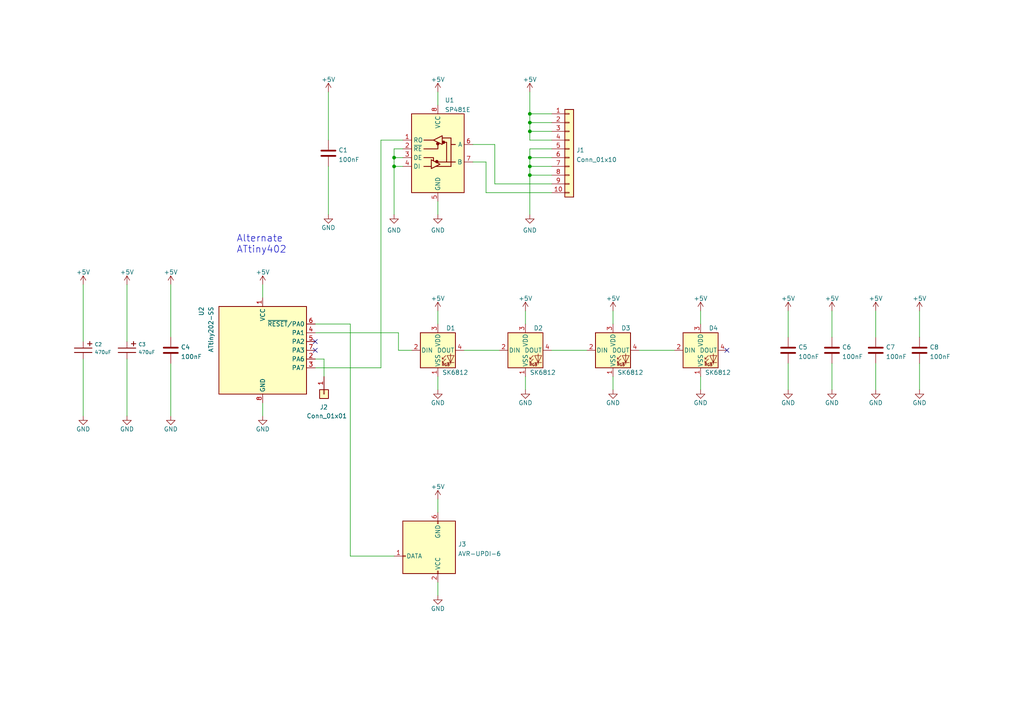
<source format=kicad_sch>
(kicad_sch (version 20211123) (generator eeschema)

  (uuid e63e39d7-6ac0-4ffd-8aa3-1841a4541b55)

  (paper "A4")

  (lib_symbols
    (symbol "Connector:AVR-UPDI-6" (pin_names (offset 1.016)) (in_bom yes) (on_board yes)
      (property "Reference" "J" (id 0) (at -6.35 8.89 0)
        (effects (font (size 1.27 1.27)) (justify left))
      )
      (property "Value" "AVR-UPDI-6" (id 1) (at 0 8.89 0)
        (effects (font (size 1.27 1.27)) (justify left))
      )
      (property "Footprint" "" (id 2) (at -6.35 -1.27 90)
        (effects (font (size 1.27 1.27)) hide)
      )
      (property "Datasheet" "https://www.microchip.com/webdoc/GUID-9D10622A-5C16-4405-B092-1BDD437B4976/index.html?GUID-9B349315-2842-4189-B88C-49F4E1055D7F" (id 3) (at -32.385 -13.97 0)
        (effects (font (size 1.27 1.27)) hide)
      )
      (property "ki_keywords" "AVR UPDI Connector" (id 4) (at 0 0 0)
        (effects (font (size 1.27 1.27)) hide)
      )
      (property "ki_description" "Atmel 6-pin UPDI connector" (id 5) (at 0 0 0)
        (effects (font (size 1.27 1.27)) hide)
      )
      (property "ki_fp_filters" "IDC?Header*2x03* Pin?Header*2x03*" (id 6) (at 0 0 0)
        (effects (font (size 1.27 1.27)) hide)
      )
      (symbol "AVR-UPDI-6_0_1"
        (rectangle (start -2.667 -6.858) (end -2.413 -7.62)
          (stroke (width 0) (type default) (color 0 0 0 0))
          (fill (type none))
        )
        (rectangle (start -2.667 7.62) (end -2.413 6.858)
          (stroke (width 0) (type default) (color 0 0 0 0))
          (fill (type none))
        )
        (rectangle (start 7.62 2.667) (end 6.858 2.413)
          (stroke (width 0) (type default) (color 0 0 0 0))
          (fill (type none))
        )
        (rectangle (start 7.62 7.62) (end -7.62 -7.62)
          (stroke (width 0.254) (type default) (color 0 0 0 0))
          (fill (type background))
        )
      )
      (symbol "AVR-UPDI-6_1_1"
        (pin passive line (at 10.16 2.54 180) (length 2.54)
          (name "DATA" (effects (font (size 1.27 1.27))))
          (number "1" (effects (font (size 1.27 1.27))))
        )
        (pin passive line (at -2.54 10.16 270) (length 2.54)
          (name "VCC" (effects (font (size 1.27 1.27))))
          (number "2" (effects (font (size 1.27 1.27))))
        )
        (pin no_connect line (at 7.62 0 180) (length 2.54) hide
          (name "NC" (effects (font (size 1.27 1.27))))
          (number "3" (effects (font (size 1.27 1.27))))
        )
        (pin no_connect line (at 7.62 -2.54 180) (length 2.54) hide
          (name "NC" (effects (font (size 1.27 1.27))))
          (number "4" (effects (font (size 1.27 1.27))))
        )
        (pin no_connect line (at 7.62 -5.08 180) (length 2.54) hide
          (name "NC" (effects (font (size 1.27 1.27))))
          (number "5" (effects (font (size 1.27 1.27))))
        )
        (pin passive line (at -2.54 -10.16 90) (length 2.54)
          (name "GND" (effects (font (size 1.27 1.27))))
          (number "6" (effects (font (size 1.27 1.27))))
        )
      )
    )
    (symbol "Connector_Generic:Conn_01x01" (pin_names (offset 1.016) hide) (in_bom yes) (on_board yes)
      (property "Reference" "J" (id 0) (at 0 2.54 0)
        (effects (font (size 1.27 1.27)))
      )
      (property "Value" "Conn_01x01" (id 1) (at 0 -2.54 0)
        (effects (font (size 1.27 1.27)))
      )
      (property "Footprint" "" (id 2) (at 0 0 0)
        (effects (font (size 1.27 1.27)) hide)
      )
      (property "Datasheet" "~" (id 3) (at 0 0 0)
        (effects (font (size 1.27 1.27)) hide)
      )
      (property "ki_keywords" "connector" (id 4) (at 0 0 0)
        (effects (font (size 1.27 1.27)) hide)
      )
      (property "ki_description" "Generic connector, single row, 01x01, script generated (kicad-library-utils/schlib/autogen/connector/)" (id 5) (at 0 0 0)
        (effects (font (size 1.27 1.27)) hide)
      )
      (property "ki_fp_filters" "Connector*:*_1x??_*" (id 6) (at 0 0 0)
        (effects (font (size 1.27 1.27)) hide)
      )
      (symbol "Conn_01x01_1_1"
        (rectangle (start -1.27 0.127) (end 0 -0.127)
          (stroke (width 0.1524) (type default) (color 0 0 0 0))
          (fill (type none))
        )
        (rectangle (start -1.27 1.27) (end 1.27 -1.27)
          (stroke (width 0.254) (type default) (color 0 0 0 0))
          (fill (type background))
        )
        (pin passive line (at -5.08 0 0) (length 3.81)
          (name "Pin_1" (effects (font (size 1.27 1.27))))
          (number "1" (effects (font (size 1.27 1.27))))
        )
      )
    )
    (symbol "Connector_Generic:Conn_01x10" (pin_names (offset 1.016) hide) (in_bom yes) (on_board yes)
      (property "Reference" "J" (id 0) (at 0 12.7 0)
        (effects (font (size 1.27 1.27)))
      )
      (property "Value" "Conn_01x10" (id 1) (at 0 -15.24 0)
        (effects (font (size 1.27 1.27)))
      )
      (property "Footprint" "" (id 2) (at 0 0 0)
        (effects (font (size 1.27 1.27)) hide)
      )
      (property "Datasheet" "~" (id 3) (at 0 0 0)
        (effects (font (size 1.27 1.27)) hide)
      )
      (property "ki_keywords" "connector" (id 4) (at 0 0 0)
        (effects (font (size 1.27 1.27)) hide)
      )
      (property "ki_description" "Generic connector, single row, 01x10, script generated (kicad-library-utils/schlib/autogen/connector/)" (id 5) (at 0 0 0)
        (effects (font (size 1.27 1.27)) hide)
      )
      (property "ki_fp_filters" "Connector*:*_1x??_*" (id 6) (at 0 0 0)
        (effects (font (size 1.27 1.27)) hide)
      )
      (symbol "Conn_01x10_1_1"
        (rectangle (start -1.27 -12.573) (end 0 -12.827)
          (stroke (width 0.1524) (type default) (color 0 0 0 0))
          (fill (type none))
        )
        (rectangle (start -1.27 -10.033) (end 0 -10.287)
          (stroke (width 0.1524) (type default) (color 0 0 0 0))
          (fill (type none))
        )
        (rectangle (start -1.27 -7.493) (end 0 -7.747)
          (stroke (width 0.1524) (type default) (color 0 0 0 0))
          (fill (type none))
        )
        (rectangle (start -1.27 -4.953) (end 0 -5.207)
          (stroke (width 0.1524) (type default) (color 0 0 0 0))
          (fill (type none))
        )
        (rectangle (start -1.27 -2.413) (end 0 -2.667)
          (stroke (width 0.1524) (type default) (color 0 0 0 0))
          (fill (type none))
        )
        (rectangle (start -1.27 0.127) (end 0 -0.127)
          (stroke (width 0.1524) (type default) (color 0 0 0 0))
          (fill (type none))
        )
        (rectangle (start -1.27 2.667) (end 0 2.413)
          (stroke (width 0.1524) (type default) (color 0 0 0 0))
          (fill (type none))
        )
        (rectangle (start -1.27 5.207) (end 0 4.953)
          (stroke (width 0.1524) (type default) (color 0 0 0 0))
          (fill (type none))
        )
        (rectangle (start -1.27 7.747) (end 0 7.493)
          (stroke (width 0.1524) (type default) (color 0 0 0 0))
          (fill (type none))
        )
        (rectangle (start -1.27 10.287) (end 0 10.033)
          (stroke (width 0.1524) (type default) (color 0 0 0 0))
          (fill (type none))
        )
        (rectangle (start -1.27 11.43) (end 1.27 -13.97)
          (stroke (width 0.254) (type default) (color 0 0 0 0))
          (fill (type background))
        )
        (pin passive line (at -5.08 10.16 0) (length 3.81)
          (name "Pin_1" (effects (font (size 1.27 1.27))))
          (number "1" (effects (font (size 1.27 1.27))))
        )
        (pin passive line (at -5.08 -12.7 0) (length 3.81)
          (name "Pin_10" (effects (font (size 1.27 1.27))))
          (number "10" (effects (font (size 1.27 1.27))))
        )
        (pin passive line (at -5.08 7.62 0) (length 3.81)
          (name "Pin_2" (effects (font (size 1.27 1.27))))
          (number "2" (effects (font (size 1.27 1.27))))
        )
        (pin passive line (at -5.08 5.08 0) (length 3.81)
          (name "Pin_3" (effects (font (size 1.27 1.27))))
          (number "3" (effects (font (size 1.27 1.27))))
        )
        (pin passive line (at -5.08 2.54 0) (length 3.81)
          (name "Pin_4" (effects (font (size 1.27 1.27))))
          (number "4" (effects (font (size 1.27 1.27))))
        )
        (pin passive line (at -5.08 0 0) (length 3.81)
          (name "Pin_5" (effects (font (size 1.27 1.27))))
          (number "5" (effects (font (size 1.27 1.27))))
        )
        (pin passive line (at -5.08 -2.54 0) (length 3.81)
          (name "Pin_6" (effects (font (size 1.27 1.27))))
          (number "6" (effects (font (size 1.27 1.27))))
        )
        (pin passive line (at -5.08 -5.08 0) (length 3.81)
          (name "Pin_7" (effects (font (size 1.27 1.27))))
          (number "7" (effects (font (size 1.27 1.27))))
        )
        (pin passive line (at -5.08 -7.62 0) (length 3.81)
          (name "Pin_8" (effects (font (size 1.27 1.27))))
          (number "8" (effects (font (size 1.27 1.27))))
        )
        (pin passive line (at -5.08 -10.16 0) (length 3.81)
          (name "Pin_9" (effects (font (size 1.27 1.27))))
          (number "9" (effects (font (size 1.27 1.27))))
        )
      )
    )
    (symbol "Device:C" (pin_numbers hide) (pin_names (offset 0.254)) (in_bom yes) (on_board yes)
      (property "Reference" "C" (id 0) (at 0.635 2.54 0)
        (effects (font (size 1.27 1.27)) (justify left))
      )
      (property "Value" "C" (id 1) (at 0.635 -2.54 0)
        (effects (font (size 1.27 1.27)) (justify left))
      )
      (property "Footprint" "" (id 2) (at 0.9652 -3.81 0)
        (effects (font (size 1.27 1.27)) hide)
      )
      (property "Datasheet" "~" (id 3) (at 0 0 0)
        (effects (font (size 1.27 1.27)) hide)
      )
      (property "ki_keywords" "cap capacitor" (id 4) (at 0 0 0)
        (effects (font (size 1.27 1.27)) hide)
      )
      (property "ki_description" "Unpolarized capacitor" (id 5) (at 0 0 0)
        (effects (font (size 1.27 1.27)) hide)
      )
      (property "ki_fp_filters" "C_*" (id 6) (at 0 0 0)
        (effects (font (size 1.27 1.27)) hide)
      )
      (symbol "C_0_1"
        (polyline
          (pts
            (xy -2.032 -0.762)
            (xy 2.032 -0.762)
          )
          (stroke (width 0.508) (type default) (color 0 0 0 0))
          (fill (type none))
        )
        (polyline
          (pts
            (xy -2.032 0.762)
            (xy 2.032 0.762)
          )
          (stroke (width 0.508) (type default) (color 0 0 0 0))
          (fill (type none))
        )
      )
      (symbol "C_1_1"
        (pin passive line (at 0 3.81 270) (length 2.794)
          (name "~" (effects (font (size 1.27 1.27))))
          (number "1" (effects (font (size 1.27 1.27))))
        )
        (pin passive line (at 0 -3.81 90) (length 2.794)
          (name "~" (effects (font (size 1.27 1.27))))
          (number "2" (effects (font (size 1.27 1.27))))
        )
      )
    )
    (symbol "LED:SK6812" (pin_names (offset 0.254)) (in_bom yes) (on_board yes)
      (property "Reference" "D" (id 0) (at 5.08 5.715 0)
        (effects (font (size 1.27 1.27)) (justify right bottom))
      )
      (property "Value" "SK6812" (id 1) (at 1.27 -5.715 0)
        (effects (font (size 1.27 1.27)) (justify left top))
      )
      (property "Footprint" "LED_SMD:LED_SK6812_PLCC4_5.0x5.0mm_P3.2mm" (id 2) (at 1.27 -7.62 0)
        (effects (font (size 1.27 1.27)) (justify left top) hide)
      )
      (property "Datasheet" "https://cdn-shop.adafruit.com/product-files/1138/SK6812+LED+datasheet+.pdf" (id 3) (at 2.54 -9.525 0)
        (effects (font (size 1.27 1.27)) (justify left top) hide)
      )
      (property "ki_keywords" "RGB LED NeoPixel addressable" (id 4) (at 0 0 0)
        (effects (font (size 1.27 1.27)) hide)
      )
      (property "ki_description" "RGB LED with integrated controller" (id 5) (at 0 0 0)
        (effects (font (size 1.27 1.27)) hide)
      )
      (property "ki_fp_filters" "LED*SK6812*PLCC*5.0x5.0mm*P3.2mm*" (id 6) (at 0 0 0)
        (effects (font (size 1.27 1.27)) hide)
      )
      (symbol "SK6812_0_0"
        (text "RGB" (at 2.286 -4.191 0)
          (effects (font (size 0.762 0.762)))
        )
      )
      (symbol "SK6812_0_1"
        (polyline
          (pts
            (xy 1.27 -3.556)
            (xy 1.778 -3.556)
          )
          (stroke (width 0) (type default) (color 0 0 0 0))
          (fill (type none))
        )
        (polyline
          (pts
            (xy 1.27 -2.54)
            (xy 1.778 -2.54)
          )
          (stroke (width 0) (type default) (color 0 0 0 0))
          (fill (type none))
        )
        (polyline
          (pts
            (xy 4.699 -3.556)
            (xy 2.667 -3.556)
          )
          (stroke (width 0) (type default) (color 0 0 0 0))
          (fill (type none))
        )
        (polyline
          (pts
            (xy 2.286 -2.54)
            (xy 1.27 -3.556)
            (xy 1.27 -3.048)
          )
          (stroke (width 0) (type default) (color 0 0 0 0))
          (fill (type none))
        )
        (polyline
          (pts
            (xy 2.286 -1.524)
            (xy 1.27 -2.54)
            (xy 1.27 -2.032)
          )
          (stroke (width 0) (type default) (color 0 0 0 0))
          (fill (type none))
        )
        (polyline
          (pts
            (xy 3.683 -1.016)
            (xy 3.683 -3.556)
            (xy 3.683 -4.064)
          )
          (stroke (width 0) (type default) (color 0 0 0 0))
          (fill (type none))
        )
        (polyline
          (pts
            (xy 4.699 -1.524)
            (xy 2.667 -1.524)
            (xy 3.683 -3.556)
            (xy 4.699 -1.524)
          )
          (stroke (width 0) (type default) (color 0 0 0 0))
          (fill (type none))
        )
        (rectangle (start 5.08 5.08) (end -5.08 -5.08)
          (stroke (width 0.254) (type default) (color 0 0 0 0))
          (fill (type background))
        )
      )
      (symbol "SK6812_1_1"
        (pin power_in line (at 0 -7.62 90) (length 2.54)
          (name "VSS" (effects (font (size 1.27 1.27))))
          (number "1" (effects (font (size 1.27 1.27))))
        )
        (pin input line (at -7.62 0 0) (length 2.54)
          (name "DIN" (effects (font (size 1.27 1.27))))
          (number "2" (effects (font (size 1.27 1.27))))
        )
        (pin power_in line (at 0 7.62 270) (length 2.54)
          (name "VDD" (effects (font (size 1.27 1.27))))
          (number "3" (effects (font (size 1.27 1.27))))
        )
        (pin output line (at 7.62 0 180) (length 2.54)
          (name "DOUT" (effects (font (size 1.27 1.27))))
          (number "4" (effects (font (size 1.27 1.27))))
        )
      )
    )
    (symbol "MCU_Microchip_ATtiny:ATtiny412-SS" (in_bom yes) (on_board yes)
      (property "Reference" "U" (id 0) (at -12.7 13.97 0)
        (effects (font (size 1.27 1.27)) (justify left bottom))
      )
      (property "Value" "ATtiny412-SS" (id 1) (at 2.54 -13.97 0)
        (effects (font (size 1.27 1.27)) (justify left top))
      )
      (property "Footprint" "Package_SO:SOIC-8_3.9x4.9mm_P1.27mm" (id 2) (at 0 0 0)
        (effects (font (size 1.27 1.27) italic) hide)
      )
      (property "Datasheet" "http://ww1.microchip.com/downloads/en/DeviceDoc/40001911A.pdf" (id 3) (at 0 0 0)
        (effects (font (size 1.27 1.27)) hide)
      )
      (property "ki_keywords" "AVR 8bit Microcontroller tinyAVR" (id 4) (at 0 0 0)
        (effects (font (size 1.27 1.27)) hide)
      )
      (property "ki_description" "20MHz, 4kB Flash, 256B SRAM, 128B EEPROM, SOIC-8" (id 5) (at 0 0 0)
        (effects (font (size 1.27 1.27)) hide)
      )
      (property "ki_fp_filters" "SOIC*3.9x4.9mm*P1.27mm*" (id 6) (at 0 0 0)
        (effects (font (size 1.27 1.27)) hide)
      )
      (symbol "ATtiny412-SS_0_1"
        (rectangle (start -12.7 -12.7) (end 12.7 12.7)
          (stroke (width 0.254) (type default) (color 0 0 0 0))
          (fill (type background))
        )
      )
      (symbol "ATtiny412-SS_1_1"
        (pin power_in line (at 0 15.24 270) (length 2.54)
          (name "VCC" (effects (font (size 1.27 1.27))))
          (number "1" (effects (font (size 1.27 1.27))))
        )
        (pin bidirectional line (at 15.24 -2.54 180) (length 2.54)
          (name "PA6" (effects (font (size 1.27 1.27))))
          (number "2" (effects (font (size 1.27 1.27))))
        )
        (pin bidirectional line (at 15.24 -5.08 180) (length 2.54)
          (name "PA7" (effects (font (size 1.27 1.27))))
          (number "3" (effects (font (size 1.27 1.27))))
        )
        (pin bidirectional line (at 15.24 5.08 180) (length 2.54)
          (name "PA1" (effects (font (size 1.27 1.27))))
          (number "4" (effects (font (size 1.27 1.27))))
        )
        (pin bidirectional line (at 15.24 2.54 180) (length 2.54)
          (name "PA2" (effects (font (size 1.27 1.27))))
          (number "5" (effects (font (size 1.27 1.27))))
        )
        (pin bidirectional line (at 15.24 7.62 180) (length 2.54)
          (name "~{RESET}/PA0" (effects (font (size 1.27 1.27))))
          (number "6" (effects (font (size 1.27 1.27))))
        )
        (pin bidirectional line (at 15.24 0 180) (length 2.54)
          (name "PA3" (effects (font (size 1.27 1.27))))
          (number "7" (effects (font (size 1.27 1.27))))
        )
        (pin power_in line (at 0 -15.24 90) (length 2.54)
          (name "GND" (effects (font (size 1.27 1.27))))
          (number "8" (effects (font (size 1.27 1.27))))
        )
      )
    )
    (symbol "kiu:SP481E" (in_bom yes) (on_board yes)
      (property "Reference" "U" (id 0) (at 3.81 12.7 0)
        (effects (font (size 1.27 1.27)))
      )
      (property "Value" "SP481E" (id 1) (at 7.62 -12.7 0)
        (effects (font (size 1.27 1.27)) (justify right))
      )
      (property "Footprint" "" (id 2) (at 0 0 0)
        (effects (font (size 1.27 1.27)) hide)
      )
      (property "Datasheet" "" (id 3) (at 0 0 0)
        (effects (font (size 1.27 1.27)) hide)
      )
      (symbol "SP481E_0_1"
        (rectangle (start -7.62 11.43) (end 7.62 -11.43)
          (stroke (width 0.254) (type default) (color 0 0 0 0))
          (fill (type background))
        )
        (circle (center -0.3048 -2.413) (radius 0.3556)
          (stroke (width 0.254) (type default) (color 0 0 0 0))
          (fill (type outline))
        )
        (circle (center -0.0254 2.7686) (radius 0.3556)
          (stroke (width 0.254) (type default) (color 0 0 0 0))
          (fill (type outline))
        )
        (polyline
          (pts
            (xy -4.064 -3.81)
            (xy -1.905 -3.81)
          )
          (stroke (width 0.254) (type default) (color 0 0 0 0))
          (fill (type none))
        )
        (polyline
          (pts
            (xy -4.064 3.81)
            (xy -1.27 3.81)
          )
          (stroke (width 0.254) (type default) (color 0 0 0 0))
          (fill (type none))
        )
        (polyline
          (pts
            (xy -1.27 -1.9304)
            (xy -1.27 -2.1844)
          )
          (stroke (width 0.254) (type default) (color 0 0 0 0))
          (fill (type none))
        )
        (polyline
          (pts
            (xy -0.635 -3.81)
            (xy 3.81 -3.81)
          )
          (stroke (width 0.254) (type default) (color 0 0 0 0))
          (fill (type none))
        )
        (polyline
          (pts
            (xy 1.27 3.175)
            (xy 2.54 3.175)
          )
          (stroke (width 0.254) (type default) (color 0 0 0 0))
          (fill (type none))
        )
        (polyline
          (pts
            (xy 2.54 -2.54)
            (xy 5.08 -2.54)
          )
          (stroke (width 0.254) (type default) (color 0 0 0 0))
          (fill (type none))
        )
        (polyline
          (pts
            (xy 3.81 2.54)
            (xy 5.08 2.54)
          )
          (stroke (width 0.254) (type default) (color 0 0 0 0))
          (fill (type none))
        )
        (polyline
          (pts
            (xy -4.064 -1.27)
            (xy -1.27 -1.27)
            (xy -1.27 -1.905)
          )
          (stroke (width 0.254) (type default) (color 0 0 0 0))
          (fill (type none))
        )
        (polyline
          (pts
            (xy 0 2.54)
            (xy 0 1.27)
            (xy -4.064 1.27)
          )
          (stroke (width 0.254) (type default) (color 0 0 0 0))
          (fill (type none))
        )
        (polyline
          (pts
            (xy 1.27 4.445)
            (xy 3.81 4.445)
            (xy 3.81 -3.81)
          )
          (stroke (width 0.254) (type default) (color 0 0 0 0))
          (fill (type none))
        )
        (polyline
          (pts
            (xy 2.54 3.175)
            (xy 2.54 -2.54)
            (xy 0 -2.54)
          )
          (stroke (width 0.254) (type default) (color 0 0 0 0))
          (fill (type none))
        )
        (polyline
          (pts
            (xy -1.905 -1.905)
            (xy -1.905 -4.445)
            (xy 0.635 -3.175)
            (xy -1.905 -1.905)
          )
          (stroke (width 0.254) (type default) (color 0 0 0 0))
          (fill (type none))
        )
        (polyline
          (pts
            (xy -1.27 3.81)
            (xy 1.27 5.08)
            (xy 1.27 2.54)
            (xy -1.27 3.81)
          )
          (stroke (width 0.254) (type default) (color 0 0 0 0))
          (fill (type none))
        )
        (rectangle (start 1.27 4.445) (end 1.27 4.445)
          (stroke (width 0) (type default) (color 0 0 0 0))
          (fill (type none))
        )
        (circle (center 1.651 3.175) (radius 0.3556)
          (stroke (width 0.254) (type default) (color 0 0 0 0))
          (fill (type outline))
        )
      )
      (symbol "SP481E_1_1"
        (pin output line (at -10.16 3.81 0) (length 2.54)
          (name "RO" (effects (font (size 1.27 1.27))))
          (number "1" (effects (font (size 1.27 1.27))))
        )
        (pin input line (at -10.16 1.27 0) (length 2.54)
          (name "~{RE}" (effects (font (size 1.27 1.27))))
          (number "2" (effects (font (size 1.27 1.27))))
        )
        (pin input line (at -10.16 -1.27 0) (length 2.54)
          (name "DE" (effects (font (size 1.27 1.27))))
          (number "3" (effects (font (size 1.27 1.27))))
        )
        (pin input line (at -10.16 -3.81 0) (length 2.54)
          (name "DI" (effects (font (size 1.27 1.27))))
          (number "4" (effects (font (size 1.27 1.27))))
        )
        (pin power_in line (at 0 -13.97 90) (length 2.54)
          (name "GND" (effects (font (size 1.27 1.27))))
          (number "5" (effects (font (size 1.27 1.27))))
        )
        (pin bidirectional line (at 10.16 2.54 180) (length 2.54)
          (name "A" (effects (font (size 1.27 1.27))))
          (number "6" (effects (font (size 1.27 1.27))))
        )
        (pin bidirectional line (at 10.16 -2.54 180) (length 2.54)
          (name "B" (effects (font (size 1.27 1.27))))
          (number "7" (effects (font (size 1.27 1.27))))
        )
        (pin power_in line (at 0 13.97 270) (length 2.54)
          (name "VCC" (effects (font (size 1.27 1.27))))
          (number "8" (effects (font (size 1.27 1.27))))
        )
      )
    )
    (symbol "power:+5V" (power) (pin_names (offset 0)) (in_bom yes) (on_board yes)
      (property "Reference" "#PWR" (id 0) (at 0 -3.81 0)
        (effects (font (size 1.27 1.27)) hide)
      )
      (property "Value" "+5V" (id 1) (at 0 3.556 0)
        (effects (font (size 1.27 1.27)))
      )
      (property "Footprint" "" (id 2) (at 0 0 0)
        (effects (font (size 1.27 1.27)) hide)
      )
      (property "Datasheet" "" (id 3) (at 0 0 0)
        (effects (font (size 1.27 1.27)) hide)
      )
      (property "ki_keywords" "power-flag" (id 4) (at 0 0 0)
        (effects (font (size 1.27 1.27)) hide)
      )
      (property "ki_description" "Power symbol creates a global label with name \"+5V\"" (id 5) (at 0 0 0)
        (effects (font (size 1.27 1.27)) hide)
      )
      (symbol "+5V_0_1"
        (polyline
          (pts
            (xy -0.762 1.27)
            (xy 0 2.54)
          )
          (stroke (width 0) (type default) (color 0 0 0 0))
          (fill (type none))
        )
        (polyline
          (pts
            (xy 0 0)
            (xy 0 2.54)
          )
          (stroke (width 0) (type default) (color 0 0 0 0))
          (fill (type none))
        )
        (polyline
          (pts
            (xy 0 2.54)
            (xy 0.762 1.27)
          )
          (stroke (width 0) (type default) (color 0 0 0 0))
          (fill (type none))
        )
      )
      (symbol "+5V_1_1"
        (pin power_in line (at 0 0 90) (length 0) hide
          (name "+5V" (effects (font (size 1.27 1.27))))
          (number "1" (effects (font (size 1.27 1.27))))
        )
      )
    )
    (symbol "power:GND" (power) (pin_names (offset 0)) (in_bom yes) (on_board yes)
      (property "Reference" "#PWR" (id 0) (at 0 -6.35 0)
        (effects (font (size 1.27 1.27)) hide)
      )
      (property "Value" "GND" (id 1) (at 0 -3.81 0)
        (effects (font (size 1.27 1.27)))
      )
      (property "Footprint" "" (id 2) (at 0 0 0)
        (effects (font (size 1.27 1.27)) hide)
      )
      (property "Datasheet" "" (id 3) (at 0 0 0)
        (effects (font (size 1.27 1.27)) hide)
      )
      (property "ki_keywords" "power-flag" (id 4) (at 0 0 0)
        (effects (font (size 1.27 1.27)) hide)
      )
      (property "ki_description" "Power symbol creates a global label with name \"GND\" , ground" (id 5) (at 0 0 0)
        (effects (font (size 1.27 1.27)) hide)
      )
      (symbol "GND_0_1"
        (polyline
          (pts
            (xy 0 0)
            (xy 0 -1.27)
            (xy 1.27 -1.27)
            (xy 0 -2.54)
            (xy -1.27 -1.27)
            (xy 0 -1.27)
          )
          (stroke (width 0) (type default) (color 0 0 0 0))
          (fill (type none))
        )
      )
      (symbol "GND_1_1"
        (pin power_in line (at 0 0 270) (length 0) hide
          (name "GND" (effects (font (size 1.27 1.27))))
          (number "1" (effects (font (size 1.27 1.27))))
        )
      )
    )
    (symbol "suf:CP" (pin_numbers hide) (pin_names (offset 1.016)) (in_bom yes) (on_board yes)
      (property "Reference" "C" (id 0) (at 0 -3.81 0)
        (effects (font (size 1.016 1.016)))
      )
      (property "Value" "CP" (id 1) (at 0 3.81 0)
        (effects (font (size 1.016 1.016)))
      )
      (property "Footprint" "" (id 2) (at 0 0 0)
        (effects (font (size 1.524 1.524)))
      )
      (property "Datasheet" "" (id 3) (at 0 0 0)
        (effects (font (size 1.524 1.524)))
      )
      (symbol "CP_0_1"
        (polyline
          (pts
            (xy -2.54 1.905)
            (xy -1.27 1.905)
            (xy -1.27 1.905)
          )
          (stroke (width 0.254) (type default) (color 0 0 0 0))
          (fill (type outline))
        )
        (polyline
          (pts
            (xy -1.905 2.54)
            (xy -1.905 1.27)
            (xy -1.905 1.27)
          )
          (stroke (width 0.254) (type default) (color 0 0 0 0))
          (fill (type outline))
        )
        (polyline
          (pts
            (xy 0.635 -2.54)
            (xy 0.635 2.54)
            (xy 0.635 2.54)
          )
          (stroke (width 0.254) (type default) (color 0 0 0 0))
          (fill (type outline))
        )
        (polyline
          (pts
            (xy -0.635 2.54)
            (xy -0.635 -2.54)
            (xy -0.635 -2.54)
            (xy -0.635 -2.54)
          )
          (stroke (width 0.254) (type default) (color 0 0 0 0))
          (fill (type outline))
        )
      )
      (symbol "CP_1_1"
        (pin input line (at -2.54 0 0) (length 1.905)
          (name "~" (effects (font (size 1.27 1.27))))
          (number "1" (effects (font (size 1.27 1.27))))
        )
        (pin input line (at 2.54 0 180) (length 1.905)
          (name "~" (effects (font (size 1.27 1.27))))
          (number "2" (effects (font (size 1.27 1.27))))
        )
      )
    )
  )

  (junction (at 153.67 33.02) (diameter 0) (color 0 0 0 0)
    (uuid 2063729e-eba6-4baa-8b6f-d82e862dc035)
  )
  (junction (at 153.67 45.72) (diameter 0) (color 0 0 0 0)
    (uuid 210b4586-7fb1-453c-a012-150951ba2378)
  )
  (junction (at 153.67 38.1) (diameter 0) (color 0 0 0 0)
    (uuid 4717d0fe-4403-41d8-b34e-f32ad0c89ac4)
  )
  (junction (at 114.3 45.72) (diameter 0) (color 0 0 0 0)
    (uuid 705d3f96-8573-4c00-8045-b2f19c1c69b8)
  )
  (junction (at 114.3 48.26) (diameter 0) (color 0 0 0 0)
    (uuid 95808345-d9b3-4b8d-b355-1b9e76cbd128)
  )
  (junction (at 153.67 35.56) (diameter 0) (color 0 0 0 0)
    (uuid a623a541-6c5f-4a82-a0ec-79f85b6b21ef)
  )
  (junction (at 153.67 48.26) (diameter 0) (color 0 0 0 0)
    (uuid b44b23f0-bd88-4300-979d-37f303b9f6a0)
  )
  (junction (at 153.67 50.8) (diameter 0) (color 0 0 0 0)
    (uuid de4e28a4-f0a0-4ef4-a0e6-d72af2d37a67)
  )

  (no_connect (at 210.82 101.6) (uuid 1110fa2e-4319-4a75-a99f-1206edda07e2))
  (no_connect (at 91.44 99.06) (uuid 43c88a60-cb42-4d3e-b027-3a1acac2b10b))
  (no_connect (at 91.44 101.6) (uuid 43c88a60-cb42-4d3e-b027-3a1acac2b10c))

  (wire (pts (xy 203.2 109.22) (xy 203.2 113.03))
    (stroke (width 0) (type default) (color 0 0 0 0))
    (uuid 01fed917-2bf6-4f12-84a9-735bf9b1a135)
  )
  (wire (pts (xy 36.83 104.14) (xy 36.83 120.65))
    (stroke (width 0) (type default) (color 0 0 0 0))
    (uuid 05a8a9ff-d787-429b-a986-171f0e9e74b5)
  )
  (wire (pts (xy 127 144.78) (xy 127 148.59))
    (stroke (width 0) (type default) (color 0 0 0 0))
    (uuid 07a13e75-12eb-42c3-b240-eddfab143742)
  )
  (wire (pts (xy 153.67 33.02) (xy 153.67 35.56))
    (stroke (width 0) (type default) (color 0 0 0 0))
    (uuid 07a4b2ac-9f11-447e-964e-4a11322b93e4)
  )
  (wire (pts (xy 153.67 45.72) (xy 153.67 48.26))
    (stroke (width 0) (type default) (color 0 0 0 0))
    (uuid 07c4c238-6403-4327-b6d6-e3cef522d132)
  )
  (wire (pts (xy 203.2 90.17) (xy 203.2 93.98))
    (stroke (width 0) (type default) (color 0 0 0 0))
    (uuid 1295e6df-876d-430f-bf80-18c235d21db9)
  )
  (wire (pts (xy 153.67 45.72) (xy 160.02 45.72))
    (stroke (width 0) (type default) (color 0 0 0 0))
    (uuid 16730711-7f10-43a4-bfc6-446fa858de0e)
  )
  (wire (pts (xy 241.3 105.41) (xy 241.3 113.03))
    (stroke (width 0) (type default) (color 0 0 0 0))
    (uuid 193c4177-81fd-4460-bc9b-42cb077360ea)
  )
  (wire (pts (xy 24.13 82.55) (xy 24.13 99.06))
    (stroke (width 0) (type default) (color 0 0 0 0))
    (uuid 19e676d4-390d-4af9-9498-331f5a73cab4)
  )
  (wire (pts (xy 137.16 41.91) (xy 143.51 41.91))
    (stroke (width 0) (type default) (color 0 0 0 0))
    (uuid 1a3b3ac1-1149-4af0-88a5-7f64e33c4898)
  )
  (wire (pts (xy 177.8 90.17) (xy 177.8 93.98))
    (stroke (width 0) (type default) (color 0 0 0 0))
    (uuid 1bc83899-5229-498e-aa33-04f2dd909a3a)
  )
  (wire (pts (xy 153.67 48.26) (xy 153.67 50.8))
    (stroke (width 0) (type default) (color 0 0 0 0))
    (uuid 230e039b-1200-49f4-9764-81cfdd0b465a)
  )
  (wire (pts (xy 153.67 50.8) (xy 153.67 62.23))
    (stroke (width 0) (type default) (color 0 0 0 0))
    (uuid 29ca74a9-08cf-437e-b976-0ab15a83e98e)
  )
  (wire (pts (xy 114.3 62.23) (xy 114.3 48.26))
    (stroke (width 0) (type default) (color 0 0 0 0))
    (uuid 2d72d641-9815-4d41-8827-25ec4bc0fb48)
  )
  (wire (pts (xy 254 105.41) (xy 254 113.03))
    (stroke (width 0) (type default) (color 0 0 0 0))
    (uuid 31712439-facd-4376-9b1a-4f0ab276f421)
  )
  (wire (pts (xy 76.2 82.55) (xy 76.2 86.36))
    (stroke (width 0) (type default) (color 0 0 0 0))
    (uuid 35511fe2-42fd-4b35-9d54-15a712518634)
  )
  (wire (pts (xy 153.67 35.56) (xy 160.02 35.56))
    (stroke (width 0) (type default) (color 0 0 0 0))
    (uuid 3903491a-81fe-4388-bfed-3194999660b5)
  )
  (wire (pts (xy 160.02 40.64) (xy 153.67 40.64))
    (stroke (width 0) (type default) (color 0 0 0 0))
    (uuid 39597e81-f70e-461a-8b54-a3cbec89ae00)
  )
  (wire (pts (xy 110.49 40.64) (xy 116.84 40.64))
    (stroke (width 0) (type default) (color 0 0 0 0))
    (uuid 3b033a2b-d1e5-41fa-a639-46bf8893e672)
  )
  (wire (pts (xy 177.8 109.22) (xy 177.8 113.03))
    (stroke (width 0) (type default) (color 0 0 0 0))
    (uuid 3b3f6d72-8574-421d-838d-3d640103c2b8)
  )
  (wire (pts (xy 91.44 96.52) (xy 115.57 96.52))
    (stroke (width 0) (type default) (color 0 0 0 0))
    (uuid 3c97b6d3-2c36-499c-939e-2828b1d6fe87)
  )
  (wire (pts (xy 143.51 53.34) (xy 143.51 41.91))
    (stroke (width 0) (type default) (color 0 0 0 0))
    (uuid 3d149919-51a7-4190-8da0-c6400f1ad8cf)
  )
  (wire (pts (xy 266.7 90.17) (xy 266.7 97.79))
    (stroke (width 0) (type default) (color 0 0 0 0))
    (uuid 4740f3cc-3915-479a-921e-f23e898eed14)
  )
  (wire (pts (xy 95.25 48.26) (xy 95.25 62.23))
    (stroke (width 0) (type default) (color 0 0 0 0))
    (uuid 5018486f-0e73-4b10-b770-32614e213230)
  )
  (wire (pts (xy 134.62 101.6) (xy 144.78 101.6))
    (stroke (width 0) (type default) (color 0 0 0 0))
    (uuid 518c2d4a-c7b9-471a-ab7c-9bb93a907afa)
  )
  (wire (pts (xy 101.6 93.98) (xy 101.6 161.29))
    (stroke (width 0) (type default) (color 0 0 0 0))
    (uuid 579edb92-dbcc-4da1-a42e-a7656b01414f)
  )
  (wire (pts (xy 153.67 26.67) (xy 153.67 33.02))
    (stroke (width 0) (type default) (color 0 0 0 0))
    (uuid 58475425-b42f-4af3-9c27-3bfb381b9dbc)
  )
  (wire (pts (xy 114.3 48.26) (xy 114.3 45.72))
    (stroke (width 0) (type default) (color 0 0 0 0))
    (uuid 594503b1-8f1d-4e99-8ad3-fba47d96a0dc)
  )
  (wire (pts (xy 152.4 90.17) (xy 152.4 93.98))
    (stroke (width 0) (type default) (color 0 0 0 0))
    (uuid 5968bf51-f8cb-410a-8413-35552bc63278)
  )
  (wire (pts (xy 137.16 46.99) (xy 140.97 46.99))
    (stroke (width 0) (type default) (color 0 0 0 0))
    (uuid 5f6b5c30-781a-4047-9227-2733b7cc980c)
  )
  (wire (pts (xy 153.67 50.8) (xy 160.02 50.8))
    (stroke (width 0) (type default) (color 0 0 0 0))
    (uuid 62176864-d0cf-476b-8cca-51d4d8c36c5c)
  )
  (wire (pts (xy 127 90.17) (xy 127 93.98))
    (stroke (width 0) (type default) (color 0 0 0 0))
    (uuid 628f554f-07cd-47c0-8480-60fd51fbb7a8)
  )
  (wire (pts (xy 241.3 90.17) (xy 241.3 97.79))
    (stroke (width 0) (type default) (color 0 0 0 0))
    (uuid 642487fc-4e8a-40fb-8438-94a085b90ab1)
  )
  (wire (pts (xy 153.67 43.18) (xy 153.67 45.72))
    (stroke (width 0) (type default) (color 0 0 0 0))
    (uuid 65e36e29-7a79-403a-a1b5-d40ad42edffb)
  )
  (wire (pts (xy 266.7 105.41) (xy 266.7 113.03))
    (stroke (width 0) (type default) (color 0 0 0 0))
    (uuid 6af35652-0e16-4381-a427-a1695c0cf6fa)
  )
  (wire (pts (xy 114.3 43.18) (xy 114.3 45.72))
    (stroke (width 0) (type default) (color 0 0 0 0))
    (uuid 6b076e89-6e17-4215-9b4c-34f7e2e0e44f)
  )
  (wire (pts (xy 49.53 105.41) (xy 49.53 120.65))
    (stroke (width 0) (type default) (color 0 0 0 0))
    (uuid 6db894e2-2f1e-4e62-b79a-ac8322f350de)
  )
  (wire (pts (xy 153.67 40.64) (xy 153.67 38.1))
    (stroke (width 0) (type default) (color 0 0 0 0))
    (uuid 790a19b0-516d-4651-b0b4-2f431397247f)
  )
  (wire (pts (xy 152.4 109.22) (xy 152.4 113.03))
    (stroke (width 0) (type default) (color 0 0 0 0))
    (uuid 7a831297-7dcb-4cb5-8617-6469bffad46a)
  )
  (wire (pts (xy 93.98 104.14) (xy 93.98 109.22))
    (stroke (width 0) (type default) (color 0 0 0 0))
    (uuid 7ef8c3ad-2327-4301-98ab-617433e84b74)
  )
  (wire (pts (xy 185.42 101.6) (xy 195.58 101.6))
    (stroke (width 0) (type default) (color 0 0 0 0))
    (uuid 8230c4ef-4a81-4feb-982d-c266bdf394d7)
  )
  (wire (pts (xy 91.44 104.14) (xy 93.98 104.14))
    (stroke (width 0) (type default) (color 0 0 0 0))
    (uuid 8792ac94-9eb5-4d40-962e-a64f0d6d53a3)
  )
  (wire (pts (xy 95.25 26.67) (xy 95.25 40.64))
    (stroke (width 0) (type default) (color 0 0 0 0))
    (uuid 87dceb00-9222-412d-8a96-29995559113f)
  )
  (wire (pts (xy 49.53 82.55) (xy 49.53 97.79))
    (stroke (width 0) (type default) (color 0 0 0 0))
    (uuid 8b8d1c19-7e41-48b6-a2e5-a466b9444f0a)
  )
  (wire (pts (xy 115.57 96.52) (xy 115.57 101.6))
    (stroke (width 0) (type default) (color 0 0 0 0))
    (uuid 8beb3ac7-f8cf-4649-a8da-20f337d9fff5)
  )
  (wire (pts (xy 114.3 45.72) (xy 116.84 45.72))
    (stroke (width 0) (type default) (color 0 0 0 0))
    (uuid 91bc1c84-4713-450c-aac7-36dcd74799d3)
  )
  (wire (pts (xy 91.44 106.68) (xy 110.49 106.68))
    (stroke (width 0) (type default) (color 0 0 0 0))
    (uuid 98c89c34-9abc-4b18-8bf3-e03b1e880978)
  )
  (wire (pts (xy 36.83 82.55) (xy 36.83 99.06))
    (stroke (width 0) (type default) (color 0 0 0 0))
    (uuid 9933037c-7861-4676-859f-1fbbfe80861c)
  )
  (wire (pts (xy 254 90.17) (xy 254 97.79))
    (stroke (width 0) (type default) (color 0 0 0 0))
    (uuid 9ca45473-66a2-4ee7-956f-2c5c24210e95)
  )
  (wire (pts (xy 114.3 161.29) (xy 101.6 161.29))
    (stroke (width 0) (type default) (color 0 0 0 0))
    (uuid 9d87ccb1-eac0-4eb9-8765-14b2a5c7df76)
  )
  (wire (pts (xy 24.13 104.14) (xy 24.13 120.65))
    (stroke (width 0) (type default) (color 0 0 0 0))
    (uuid a17d7f86-0179-400a-95d2-ed0f6cd17a49)
  )
  (wire (pts (xy 116.84 43.18) (xy 114.3 43.18))
    (stroke (width 0) (type default) (color 0 0 0 0))
    (uuid a3bd8ad2-6686-446c-af1a-8a593c8afd3d)
  )
  (wire (pts (xy 153.67 48.26) (xy 160.02 48.26))
    (stroke (width 0) (type default) (color 0 0 0 0))
    (uuid a862cf8b-c453-47c1-8c6a-76db59b415bd)
  )
  (wire (pts (xy 91.44 93.98) (xy 101.6 93.98))
    (stroke (width 0) (type default) (color 0 0 0 0))
    (uuid afc54e59-01a5-4c38-84d5-21f6ae5c16ab)
  )
  (wire (pts (xy 127 109.22) (xy 127 113.03))
    (stroke (width 0) (type default) (color 0 0 0 0))
    (uuid afffdd38-c482-4dc1-b944-d05ff37334f5)
  )
  (wire (pts (xy 228.6 90.17) (xy 228.6 97.79))
    (stroke (width 0) (type default) (color 0 0 0 0))
    (uuid b0a2c2d9-f034-4f20-bc70-cf94a7a35e01)
  )
  (wire (pts (xy 76.2 116.84) (xy 76.2 120.65))
    (stroke (width 0) (type default) (color 0 0 0 0))
    (uuid b4aff42a-2d82-46b4-bfae-2732c31c41f4)
  )
  (wire (pts (xy 160.02 101.6) (xy 170.18 101.6))
    (stroke (width 0) (type default) (color 0 0 0 0))
    (uuid b9ba7f1d-33d9-4e5c-8cb4-fe2c277a8456)
  )
  (wire (pts (xy 153.67 43.18) (xy 160.02 43.18))
    (stroke (width 0) (type default) (color 0 0 0 0))
    (uuid baba7914-ad97-4a88-860e-067bb0c199b1)
  )
  (wire (pts (xy 160.02 53.34) (xy 143.51 53.34))
    (stroke (width 0) (type default) (color 0 0 0 0))
    (uuid bd5bb00a-3fd8-4655-b6d2-fe9cbb811530)
  )
  (wire (pts (xy 153.67 35.56) (xy 153.67 38.1))
    (stroke (width 0) (type default) (color 0 0 0 0))
    (uuid c14a4034-fbd5-4c17-a7aa-c0e79d8ec691)
  )
  (wire (pts (xy 153.67 33.02) (xy 160.02 33.02))
    (stroke (width 0) (type default) (color 0 0 0 0))
    (uuid ca8615c6-e8fc-4d37-a594-d3a7bb03ebef)
  )
  (wire (pts (xy 127 26.67) (xy 127 30.48))
    (stroke (width 0) (type default) (color 0 0 0 0))
    (uuid d1b0640b-b667-466a-8969-754b32a8ff19)
  )
  (wire (pts (xy 110.49 106.68) (xy 110.49 40.64))
    (stroke (width 0) (type default) (color 0 0 0 0))
    (uuid d3f69491-e4c1-4a9a-bc86-47a5eae2df12)
  )
  (wire (pts (xy 228.6 105.41) (xy 228.6 113.03))
    (stroke (width 0) (type default) (color 0 0 0 0))
    (uuid d8746e3b-acb2-4595-9d34-b058e718e830)
  )
  (wire (pts (xy 153.67 38.1) (xy 160.02 38.1))
    (stroke (width 0) (type default) (color 0 0 0 0))
    (uuid dbdcb9f4-0d65-4a9e-bbd8-a02abcf25b9c)
  )
  (wire (pts (xy 127 58.42) (xy 127 62.23))
    (stroke (width 0) (type default) (color 0 0 0 0))
    (uuid dc03215f-0931-41ce-a6fc-44b6b0afdc10)
  )
  (wire (pts (xy 114.3 48.26) (xy 116.84 48.26))
    (stroke (width 0) (type default) (color 0 0 0 0))
    (uuid e0972e21-1d35-449f-86f1-ff4edadee69f)
  )
  (wire (pts (xy 115.57 101.6) (xy 119.38 101.6))
    (stroke (width 0) (type default) (color 0 0 0 0))
    (uuid eda18887-b6c3-4745-8cfe-de0209889ebc)
  )
  (wire (pts (xy 127 168.91) (xy 127 172.72))
    (stroke (width 0) (type default) (color 0 0 0 0))
    (uuid fa131fed-403e-43e3-8153-6ecda34f66c3)
  )
  (wire (pts (xy 140.97 46.99) (xy 140.97 55.88))
    (stroke (width 0) (type default) (color 0 0 0 0))
    (uuid fa5ada4b-d168-4557-8609-bac032a40d46)
  )
  (wire (pts (xy 160.02 55.88) (xy 140.97 55.88))
    (stroke (width 0) (type default) (color 0 0 0 0))
    (uuid fc065df3-8a8d-4f8a-869e-5d12e5e544f4)
  )

  (text "Alternate\nATtiny402\n" (at 68.58 73.66 0)
    (effects (font (size 2 2)) (justify left bottom))
    (uuid 4fa580aa-b85d-4ae8-9378-5e7ebbe09297)
  )

  (symbol (lib_id "power:+5V") (at 127 26.67 0) (unit 1)
    (in_bom yes) (on_board yes) (fields_autoplaced)
    (uuid 03ba497d-8bb0-423f-96dc-4a5f32b3e77d)
    (property "Reference" "#PWR02" (id 0) (at 127 30.48 0)
      (effects (font (size 1.27 1.27)) hide)
    )
    (property "Value" "+5V" (id 1) (at 127 23.0655 0))
    (property "Footprint" "" (id 2) (at 127 26.67 0)
      (effects (font (size 1.27 1.27)) hide)
    )
    (property "Datasheet" "" (id 3) (at 127 26.67 0)
      (effects (font (size 1.27 1.27)) hide)
    )
    (pin "1" (uuid fa469f67-1f1a-4cf4-b353-8443864b9bf8))
  )

  (symbol (lib_id "power:GND") (at 49.53 120.65 0) (unit 1)
    (in_bom yes) (on_board yes)
    (uuid 04fc1a9f-d89c-4f51-9619-403676201cd1)
    (property "Reference" "#PWR030" (id 0) (at 49.53 127 0)
      (effects (font (size 1.27 1.27)) hide)
    )
    (property "Value" "GND" (id 1) (at 49.53 124.46 0))
    (property "Footprint" "" (id 2) (at 49.53 120.65 0)
      (effects (font (size 1.27 1.27)) hide)
    )
    (property "Datasheet" "" (id 3) (at 49.53 120.65 0)
      (effects (font (size 1.27 1.27)) hide)
    )
    (pin "1" (uuid 9c301b9e-eebf-4c0a-817f-487b8ae3089b))
  )

  (symbol (lib_id "power:GND") (at 254 113.03 0) (unit 1)
    (in_bom yes) (on_board yes)
    (uuid 0e1de1ae-2e38-4eb8-b0ed-a71bcc3760ce)
    (property "Reference" "#PWR026" (id 0) (at 254 119.38 0)
      (effects (font (size 1.27 1.27)) hide)
    )
    (property "Value" "GND" (id 1) (at 254 116.84 0))
    (property "Footprint" "" (id 2) (at 254 113.03 0)
      (effects (font (size 1.27 1.27)) hide)
    )
    (property "Datasheet" "" (id 3) (at 254 113.03 0)
      (effects (font (size 1.27 1.27)) hide)
    )
    (pin "1" (uuid 035aadd0-b2e7-4468-a366-d0a33e42b8b0))
  )

  (symbol (lib_id "power:GND") (at 127 172.72 0) (unit 1)
    (in_bom yes) (on_board yes)
    (uuid 14fcfb43-7933-4d31-a7c0-f8b6e1a4a14e)
    (property "Reference" "#PWR033" (id 0) (at 127 179.07 0)
      (effects (font (size 1.27 1.27)) hide)
    )
    (property "Value" "GND" (id 1) (at 127 176.53 0))
    (property "Footprint" "" (id 2) (at 127 172.72 0)
      (effects (font (size 1.27 1.27)) hide)
    )
    (property "Datasheet" "" (id 3) (at 127 172.72 0)
      (effects (font (size 1.27 1.27)) hide)
    )
    (pin "1" (uuid 421f680d-df61-4cd3-9792-22da5d431fa5))
  )

  (symbol (lib_id "power:+5V") (at 24.13 82.55 0) (unit 1)
    (in_bom yes) (on_board yes) (fields_autoplaced)
    (uuid 19e49497-9db8-442c-bfaa-49b4e81eff48)
    (property "Reference" "#PWR08" (id 0) (at 24.13 86.36 0)
      (effects (font (size 1.27 1.27)) hide)
    )
    (property "Value" "+5V" (id 1) (at 24.13 78.9455 0))
    (property "Footprint" "" (id 2) (at 24.13 82.55 0)
      (effects (font (size 1.27 1.27)) hide)
    )
    (property "Datasheet" "" (id 3) (at 24.13 82.55 0)
      (effects (font (size 1.27 1.27)) hide)
    )
    (pin "1" (uuid 4ef856c3-efdc-423b-ab0e-07d85302ca39))
  )

  (symbol (lib_id "power:GND") (at 153.67 62.23 0) (unit 1)
    (in_bom yes) (on_board yes) (fields_autoplaced)
    (uuid 1b72878e-0bd2-491c-b5ef-02efc35836be)
    (property "Reference" "#PWR07" (id 0) (at 153.67 68.58 0)
      (effects (font (size 1.27 1.27)) hide)
    )
    (property "Value" "GND" (id 1) (at 153.67 66.7925 0))
    (property "Footprint" "" (id 2) (at 153.67 62.23 0)
      (effects (font (size 1.27 1.27)) hide)
    )
    (property "Datasheet" "" (id 3) (at 153.67 62.23 0)
      (effects (font (size 1.27 1.27)) hide)
    )
    (pin "1" (uuid a81c23dc-7024-4490-a2bd-095c6085a40a))
  )

  (symbol (lib_id "power:+5V") (at 127 144.78 0) (unit 1)
    (in_bom yes) (on_board yes) (fields_autoplaced)
    (uuid 1cc0cee9-b5cd-46f1-be4e-672b3110c552)
    (property "Reference" "#PWR032" (id 0) (at 127 148.59 0)
      (effects (font (size 1.27 1.27)) hide)
    )
    (property "Value" "+5V" (id 1) (at 127 141.1755 0))
    (property "Footprint" "" (id 2) (at 127 144.78 0)
      (effects (font (size 1.27 1.27)) hide)
    )
    (property "Datasheet" "" (id 3) (at 127 144.78 0)
      (effects (font (size 1.27 1.27)) hide)
    )
    (pin "1" (uuid 39fe0ad2-879e-4613-80db-b6597ddd715f))
  )

  (symbol (lib_id "power:+5V") (at 266.7 90.17 0) (unit 1)
    (in_bom yes) (on_board yes) (fields_autoplaced)
    (uuid 1d17904d-638f-48f3-894f-0144911f4a7c)
    (property "Reference" "#PWR019" (id 0) (at 266.7 93.98 0)
      (effects (font (size 1.27 1.27)) hide)
    )
    (property "Value" "+5V" (id 1) (at 266.7 86.5655 0))
    (property "Footprint" "" (id 2) (at 266.7 90.17 0)
      (effects (font (size 1.27 1.27)) hide)
    )
    (property "Datasheet" "" (id 3) (at 266.7 90.17 0)
      (effects (font (size 1.27 1.27)) hide)
    )
    (pin "1" (uuid a857533f-9202-4f5b-bf5f-10237709afa0))
  )

  (symbol (lib_id "power:+5V") (at 177.8 90.17 0) (unit 1)
    (in_bom yes) (on_board yes) (fields_autoplaced)
    (uuid 1ec6dbf0-76ca-4832-9530-ffe0b550cf61)
    (property "Reference" "#PWR014" (id 0) (at 177.8 93.98 0)
      (effects (font (size 1.27 1.27)) hide)
    )
    (property "Value" "+5V" (id 1) (at 177.8 86.5655 0))
    (property "Footprint" "" (id 2) (at 177.8 90.17 0)
      (effects (font (size 1.27 1.27)) hide)
    )
    (property "Datasheet" "" (id 3) (at 177.8 90.17 0)
      (effects (font (size 1.27 1.27)) hide)
    )
    (pin "1" (uuid ac4e25af-3423-4d6e-91c5-562df2b1ca64))
  )

  (symbol (lib_id "power:GND") (at 127 62.23 0) (unit 1)
    (in_bom yes) (on_board yes) (fields_autoplaced)
    (uuid 2372a3e5-c50f-4bd0-8f5e-fad088182a51)
    (property "Reference" "#PWR06" (id 0) (at 127 68.58 0)
      (effects (font (size 1.27 1.27)) hide)
    )
    (property "Value" "GND" (id 1) (at 127 66.7925 0))
    (property "Footprint" "" (id 2) (at 127 62.23 0)
      (effects (font (size 1.27 1.27)) hide)
    )
    (property "Datasheet" "" (id 3) (at 127 62.23 0)
      (effects (font (size 1.27 1.27)) hide)
    )
    (pin "1" (uuid cf1dc426-b8fa-425c-9497-5a201be8909c))
  )

  (symbol (lib_id "Connector:AVR-UPDI-6") (at 124.46 158.75 180) (unit 1)
    (in_bom yes) (on_board yes) (fields_autoplaced)
    (uuid 2387f1d7-7421-4ec2-9d44-d4b5552e2372)
    (property "Reference" "J3" (id 0) (at 132.842 157.8415 0)
      (effects (font (size 1.27 1.27)) (justify right))
    )
    (property "Value" "AVR-UPDI-6" (id 1) (at 132.842 160.6166 0)
      (effects (font (size 1.27 1.27)) (justify right))
    )
    (property "Footprint" "eAVR:eAVR6-UPDI-F" (id 2) (at 130.81 157.48 90)
      (effects (font (size 1.27 1.27)) hide)
    )
    (property "Datasheet" "https://www.microchip.com/webdoc/GUID-9D10622A-5C16-4405-B092-1BDD437B4976/index.html?GUID-9B349315-2842-4189-B88C-49F4E1055D7F" (id 3) (at 156.845 144.78 0)
      (effects (font (size 1.27 1.27)) hide)
    )
    (pin "1" (uuid c6478ab9-5b42-42bb-9d16-3d84f8f9c514))
    (pin "2" (uuid a84b79d3-4542-4b03-a496-4c5a9d771241))
    (pin "3" (uuid 9ff822d0-7660-4a17-9bba-35ab843a9344))
    (pin "4" (uuid 7c239421-0ca0-4d78-b32c-940aa174322b))
    (pin "5" (uuid 51691e97-82ef-4c43-9bc3-71a96fac5c28))
    (pin "6" (uuid ca163c16-8630-44d5-a8f5-50863cc068d8))
  )

  (symbol (lib_id "Device:C") (at 228.6 101.6 0) (unit 1)
    (in_bom yes) (on_board yes) (fields_autoplaced)
    (uuid 23fe4b6b-e972-4e42-a9f3-982623a0ce74)
    (property "Reference" "C5" (id 0) (at 231.521 100.6915 0)
      (effects (font (size 1.27 1.27)) (justify left))
    )
    (property "Value" "100nF" (id 1) (at 231.521 103.4666 0)
      (effects (font (size 1.27 1.27)) (justify left))
    )
    (property "Footprint" "Capacitor_SMD:C_0805_2012Metric" (id 2) (at 229.5652 105.41 0)
      (effects (font (size 1.27 1.27)) hide)
    )
    (property "Datasheet" "~" (id 3) (at 228.6 101.6 0)
      (effects (font (size 1.27 1.27)) hide)
    )
    (pin "1" (uuid 1494508a-cce1-4f0b-82aa-4432a51212d2))
    (pin "2" (uuid 866fcabf-fb8f-4309-9f82-35b7b782cf70))
  )

  (symbol (lib_id "LED:SK6812") (at 152.4 101.6 0) (unit 1)
    (in_bom yes) (on_board yes) (fields_autoplaced)
    (uuid 2929c421-9105-4cb0-b4d5-0e7efb5ad1d3)
    (property "Reference" "D2" (id 0) (at 157.48 95.885 0)
      (effects (font (size 1.27 1.27)) (justify right bottom))
    )
    (property "Value" "SK6812" (id 1) (at 153.67 107.315 0)
      (effects (font (size 1.27 1.27)) (justify left top))
    )
    (property "Footprint" "LED_SMD:LED_SK6812_PLCC4_5.0x5.0mm_P3.2mm" (id 2) (at 153.67 109.22 0)
      (effects (font (size 1.27 1.27)) (justify left top) hide)
    )
    (property "Datasheet" "https://cdn-shop.adafruit.com/product-files/1138/SK6812+LED+datasheet+.pdf" (id 3) (at 154.94 111.125 0)
      (effects (font (size 1.27 1.27)) (justify left top) hide)
    )
    (pin "1" (uuid 466ba68f-d5a8-44ff-ad70-fc27e2e23cb3))
    (pin "2" (uuid 4a11142e-1c8b-45f6-8828-f013379f9fc1))
    (pin "3" (uuid 5acb362d-3088-4461-b71e-5eb9090450e6))
    (pin "4" (uuid ddf9e8ac-3daf-4799-8ceb-8c0df918f3ef))
  )

  (symbol (lib_id "power:+5V") (at 152.4 90.17 0) (unit 1)
    (in_bom yes) (on_board yes) (fields_autoplaced)
    (uuid 3043cd79-ceba-4d67-a36d-a189a71e6775)
    (property "Reference" "#PWR013" (id 0) (at 152.4 93.98 0)
      (effects (font (size 1.27 1.27)) hide)
    )
    (property "Value" "+5V" (id 1) (at 152.4 86.5655 0))
    (property "Footprint" "" (id 2) (at 152.4 90.17 0)
      (effects (font (size 1.27 1.27)) hide)
    )
    (property "Datasheet" "" (id 3) (at 152.4 90.17 0)
      (effects (font (size 1.27 1.27)) hide)
    )
    (pin "1" (uuid 2ddb403f-d1e1-4404-bd68-3f030d4daa05))
  )

  (symbol (lib_id "Connector_Generic:Conn_01x01") (at 93.98 114.3 270) (unit 1)
    (in_bom yes) (on_board yes)
    (uuid 35820853-06f8-4f5e-a600-51190642d5e8)
    (property "Reference" "J2" (id 0) (at 92.71 118.11 90)
      (effects (font (size 1.27 1.27)) (justify left))
    )
    (property "Value" "Conn_01x01" (id 1) (at 88.9 120.65 90)
      (effects (font (size 1.27 1.27)) (justify left))
    )
    (property "Footprint" "TestPoint:TestPoint_Pad_1.5x1.5mm" (id 2) (at 93.98 114.3 0)
      (effects (font (size 1.27 1.27)) hide)
    )
    (property "Datasheet" "~" (id 3) (at 93.98 114.3 0)
      (effects (font (size 1.27 1.27)) hide)
    )
    (pin "1" (uuid af2780e4-5dbd-4667-8fb6-6f158e595944))
  )

  (symbol (lib_id "kiu:SP481E") (at 127 44.45 0) (unit 1)
    (in_bom yes) (on_board yes) (fields_autoplaced)
    (uuid 35c5fbe0-5c09-4050-a85f-fa249d826947)
    (property "Reference" "U1" (id 0) (at 129.0194 29.0535 0)
      (effects (font (size 1.27 1.27)) (justify left))
    )
    (property "Value" "SP481E" (id 1) (at 129.0194 31.8286 0)
      (effects (font (size 1.27 1.27)) (justify left))
    )
    (property "Footprint" "Package_SO:SOIC-8_3.9x4.9mm_P1.27mm" (id 2) (at 127 44.45 0)
      (effects (font (size 1.27 1.27)) hide)
    )
    (property "Datasheet" "" (id 3) (at 127 44.45 0)
      (effects (font (size 1.27 1.27)) hide)
    )
    (pin "1" (uuid ff8dccd2-b6fe-45c5-8f5c-3b1aded033e3))
    (pin "2" (uuid 0adb32d4-3182-4236-835f-94efef1b4067))
    (pin "3" (uuid e6e528f2-c027-44ad-8ba6-5399bec0bcda))
    (pin "4" (uuid 3b245ecb-c470-4258-8fe3-cdfa4ed927fa))
    (pin "5" (uuid fc9cbab0-7d29-4d78-aa32-1a37902b58ad))
    (pin "6" (uuid 391637f9-fc10-4add-89ef-116728b64e43))
    (pin "7" (uuid 0e19c0bc-5c8e-4dc9-b2d1-71aa109f5f09))
    (pin "8" (uuid d8dd7e72-1dfa-4e52-881b-e69136ba5bbb))
  )

  (symbol (lib_id "power:+5V") (at 153.67 26.67 0) (unit 1)
    (in_bom yes) (on_board yes) (fields_autoplaced)
    (uuid 35e3ea99-7442-47c0-9ff5-88c17c9abdd7)
    (property "Reference" "#PWR03" (id 0) (at 153.67 30.48 0)
      (effects (font (size 1.27 1.27)) hide)
    )
    (property "Value" "+5V" (id 1) (at 153.67 23.0655 0))
    (property "Footprint" "" (id 2) (at 153.67 26.67 0)
      (effects (font (size 1.27 1.27)) hide)
    )
    (property "Datasheet" "" (id 3) (at 153.67 26.67 0)
      (effects (font (size 1.27 1.27)) hide)
    )
    (pin "1" (uuid 48de15db-3e73-4c88-940c-d12294fa411b))
  )

  (symbol (lib_id "power:+5V") (at 49.53 82.55 0) (unit 1)
    (in_bom yes) (on_board yes) (fields_autoplaced)
    (uuid 37911443-8597-4619-b1ba-a7c6bbf25ba0)
    (property "Reference" "#PWR010" (id 0) (at 49.53 86.36 0)
      (effects (font (size 1.27 1.27)) hide)
    )
    (property "Value" "+5V" (id 1) (at 49.53 78.9455 0))
    (property "Footprint" "" (id 2) (at 49.53 82.55 0)
      (effects (font (size 1.27 1.27)) hide)
    )
    (property "Datasheet" "" (id 3) (at 49.53 82.55 0)
      (effects (font (size 1.27 1.27)) hide)
    )
    (pin "1" (uuid 33be37c1-fa7a-4ef2-aaa5-03af8c7c2f5f))
  )

  (symbol (lib_id "power:GND") (at 36.83 120.65 0) (unit 1)
    (in_bom yes) (on_board yes)
    (uuid 3ed1ec5b-abcf-48aa-b02c-219aa7275062)
    (property "Reference" "#PWR029" (id 0) (at 36.83 127 0)
      (effects (font (size 1.27 1.27)) hide)
    )
    (property "Value" "GND" (id 1) (at 36.83 124.46 0))
    (property "Footprint" "" (id 2) (at 36.83 120.65 0)
      (effects (font (size 1.27 1.27)) hide)
    )
    (property "Datasheet" "" (id 3) (at 36.83 120.65 0)
      (effects (font (size 1.27 1.27)) hide)
    )
    (pin "1" (uuid c88772ad-a4d0-4bca-9674-b0f83ed2992f))
  )

  (symbol (lib_id "suf:CP") (at 36.83 101.6 270) (unit 1)
    (in_bom yes) (on_board yes) (fields_autoplaced)
    (uuid 46d2fd0a-3954-4f8f-beda-9350c0561451)
    (property "Reference" "C3" (id 0) (at 40.132 99.8953 90)
      (effects (font (size 1.016 1.016)) (justify left))
    )
    (property "Value" "470uF" (id 1) (at 40.132 102.1661 90)
      (effects (font (size 1.016 1.016)) (justify left))
    )
    (property "Footprint" "Capacitor_Tantalum_SMD:CP_EIA-6032-28_Kemet-C" (id 2) (at 36.83 101.6 0)
      (effects (font (size 1.524 1.524)) hide)
    )
    (property "Datasheet" "" (id 3) (at 36.83 101.6 0)
      (effects (font (size 1.524 1.524)))
    )
    (pin "1" (uuid 0100d0c3-3d7e-46dd-8691-6ab378fb977c))
    (pin "2" (uuid 1e74277a-d4fb-4967-95e4-95d1119adc3f))
  )

  (symbol (lib_id "Device:C") (at 241.3 101.6 0) (unit 1)
    (in_bom yes) (on_board yes) (fields_autoplaced)
    (uuid 4f891e41-423d-4cda-8f4d-6d028c2e6003)
    (property "Reference" "C6" (id 0) (at 244.221 100.6915 0)
      (effects (font (size 1.27 1.27)) (justify left))
    )
    (property "Value" "100nF" (id 1) (at 244.221 103.4666 0)
      (effects (font (size 1.27 1.27)) (justify left))
    )
    (property "Footprint" "Capacitor_SMD:C_0805_2012Metric" (id 2) (at 242.2652 105.41 0)
      (effects (font (size 1.27 1.27)) hide)
    )
    (property "Datasheet" "~" (id 3) (at 241.3 101.6 0)
      (effects (font (size 1.27 1.27)) hide)
    )
    (pin "1" (uuid 8a05b01f-4e10-4ce8-a41b-ca5772eead1f))
    (pin "2" (uuid c07b8310-58da-48c5-a532-998b0d4a346e))
  )

  (symbol (lib_id "power:+5V") (at 203.2 90.17 0) (unit 1)
    (in_bom yes) (on_board yes) (fields_autoplaced)
    (uuid 519ef3c5-2f28-4d03-93a8-814300898b91)
    (property "Reference" "#PWR015" (id 0) (at 203.2 93.98 0)
      (effects (font (size 1.27 1.27)) hide)
    )
    (property "Value" "+5V" (id 1) (at 203.2 86.5655 0))
    (property "Footprint" "" (id 2) (at 203.2 90.17 0)
      (effects (font (size 1.27 1.27)) hide)
    )
    (property "Datasheet" "" (id 3) (at 203.2 90.17 0)
      (effects (font (size 1.27 1.27)) hide)
    )
    (pin "1" (uuid 617dfda0-5b97-4b0c-821a-1fb0ec2df1dc))
  )

  (symbol (lib_id "power:+5V") (at 241.3 90.17 0) (unit 1)
    (in_bom yes) (on_board yes) (fields_autoplaced)
    (uuid 570abecc-20c9-469d-a3da-be80dca73d95)
    (property "Reference" "#PWR017" (id 0) (at 241.3 93.98 0)
      (effects (font (size 1.27 1.27)) hide)
    )
    (property "Value" "+5V" (id 1) (at 241.3 86.5655 0))
    (property "Footprint" "" (id 2) (at 241.3 90.17 0)
      (effects (font (size 1.27 1.27)) hide)
    )
    (property "Datasheet" "" (id 3) (at 241.3 90.17 0)
      (effects (font (size 1.27 1.27)) hide)
    )
    (pin "1" (uuid c5be11a1-fe1e-471e-af4a-80df122dd42e))
  )

  (symbol (lib_id "power:+5V") (at 36.83 82.55 0) (unit 1)
    (in_bom yes) (on_board yes) (fields_autoplaced)
    (uuid 5993b28c-5d45-43c7-bd52-99f6c3730b47)
    (property "Reference" "#PWR09" (id 0) (at 36.83 86.36 0)
      (effects (font (size 1.27 1.27)) hide)
    )
    (property "Value" "+5V" (id 1) (at 36.83 78.9455 0))
    (property "Footprint" "" (id 2) (at 36.83 82.55 0)
      (effects (font (size 1.27 1.27)) hide)
    )
    (property "Datasheet" "" (id 3) (at 36.83 82.55 0)
      (effects (font (size 1.27 1.27)) hide)
    )
    (pin "1" (uuid cc9fe72f-c04b-43a6-b286-a7b1b69434f7))
  )

  (symbol (lib_id "power:GND") (at 177.8 113.03 0) (unit 1)
    (in_bom yes) (on_board yes)
    (uuid 74982569-5856-41d4-8d05-910c8a1c4c6b)
    (property "Reference" "#PWR022" (id 0) (at 177.8 119.38 0)
      (effects (font (size 1.27 1.27)) hide)
    )
    (property "Value" "GND" (id 1) (at 177.8 116.84 0))
    (property "Footprint" "" (id 2) (at 177.8 113.03 0)
      (effects (font (size 1.27 1.27)) hide)
    )
    (property "Datasheet" "" (id 3) (at 177.8 113.03 0)
      (effects (font (size 1.27 1.27)) hide)
    )
    (pin "1" (uuid 40cfd051-66d2-4f09-b7ca-fa90df064478))
  )

  (symbol (lib_id "power:+5V") (at 254 90.17 0) (unit 1)
    (in_bom yes) (on_board yes) (fields_autoplaced)
    (uuid 75193755-f5b9-4d0a-be96-9379c55fae76)
    (property "Reference" "#PWR018" (id 0) (at 254 93.98 0)
      (effects (font (size 1.27 1.27)) hide)
    )
    (property "Value" "+5V" (id 1) (at 254 86.5655 0))
    (property "Footprint" "" (id 2) (at 254 90.17 0)
      (effects (font (size 1.27 1.27)) hide)
    )
    (property "Datasheet" "" (id 3) (at 254 90.17 0)
      (effects (font (size 1.27 1.27)) hide)
    )
    (pin "1" (uuid 71b28aa2-5872-4b2d-ac35-9163f8849193))
  )

  (symbol (lib_id "power:+5V") (at 95.25 26.67 0) (unit 1)
    (in_bom yes) (on_board yes) (fields_autoplaced)
    (uuid 791f33df-d07c-4d39-8879-d8dcb117a63c)
    (property "Reference" "#PWR01" (id 0) (at 95.25 30.48 0)
      (effects (font (size 1.27 1.27)) hide)
    )
    (property "Value" "+5V" (id 1) (at 95.25 23.0655 0))
    (property "Footprint" "" (id 2) (at 95.25 26.67 0)
      (effects (font (size 1.27 1.27)) hide)
    )
    (property "Datasheet" "" (id 3) (at 95.25 26.67 0)
      (effects (font (size 1.27 1.27)) hide)
    )
    (pin "1" (uuid 83fd6195-c3e3-467b-8175-8ae0d5716c96))
  )

  (symbol (lib_id "LED:SK6812") (at 127 101.6 0) (unit 1)
    (in_bom yes) (on_board yes) (fields_autoplaced)
    (uuid 7a0630e6-a575-4854-bea9-e09cf391b688)
    (property "Reference" "D1" (id 0) (at 132.08 95.885 0)
      (effects (font (size 1.27 1.27)) (justify right bottom))
    )
    (property "Value" "SK6812" (id 1) (at 128.27 107.315 0)
      (effects (font (size 1.27 1.27)) (justify left top))
    )
    (property "Footprint" "LED_SMD:LED_SK6812_PLCC4_5.0x5.0mm_P3.2mm" (id 2) (at 128.27 109.22 0)
      (effects (font (size 1.27 1.27)) (justify left top) hide)
    )
    (property "Datasheet" "https://cdn-shop.adafruit.com/product-files/1138/SK6812+LED+datasheet+.pdf" (id 3) (at 129.54 111.125 0)
      (effects (font (size 1.27 1.27)) (justify left top) hide)
    )
    (pin "1" (uuid 5e212cb2-41a6-43c4-8a4f-4a09d5141c4d))
    (pin "2" (uuid b59c44f9-253c-4c15-85f5-27110f3eb52c))
    (pin "3" (uuid 2f26f12d-9d98-44fc-8e49-1dbd5463072c))
    (pin "4" (uuid 10ba10cd-9e6f-402e-a6ac-0cd1c0f34500))
  )

  (symbol (lib_id "power:GND") (at 114.3 62.23 0) (unit 1)
    (in_bom yes) (on_board yes) (fields_autoplaced)
    (uuid 7b160466-422b-4cdb-8fcd-26e1667ca256)
    (property "Reference" "#PWR05" (id 0) (at 114.3 68.58 0)
      (effects (font (size 1.27 1.27)) hide)
    )
    (property "Value" "GND" (id 1) (at 114.3 66.7925 0))
    (property "Footprint" "" (id 2) (at 114.3 62.23 0)
      (effects (font (size 1.27 1.27)) hide)
    )
    (property "Datasheet" "" (id 3) (at 114.3 62.23 0)
      (effects (font (size 1.27 1.27)) hide)
    )
    (pin "1" (uuid 99814a90-e5a3-4077-87ad-442b0105c7df))
  )

  (symbol (lib_id "power:GND") (at 203.2 113.03 0) (unit 1)
    (in_bom yes) (on_board yes)
    (uuid 8242f68a-5bef-4c45-a83a-bbab99bd53ca)
    (property "Reference" "#PWR023" (id 0) (at 203.2 119.38 0)
      (effects (font (size 1.27 1.27)) hide)
    )
    (property "Value" "GND" (id 1) (at 203.2 116.84 0))
    (property "Footprint" "" (id 2) (at 203.2 113.03 0)
      (effects (font (size 1.27 1.27)) hide)
    )
    (property "Datasheet" "" (id 3) (at 203.2 113.03 0)
      (effects (font (size 1.27 1.27)) hide)
    )
    (pin "1" (uuid 74298744-ce75-4705-9ca7-790588c0c54d))
  )

  (symbol (lib_id "Connector_Generic:Conn_01x10") (at 165.1 43.18 0) (unit 1)
    (in_bom yes) (on_board yes) (fields_autoplaced)
    (uuid 98370cd9-f621-41b8-84dd-37511f870723)
    (property "Reference" "J1" (id 0) (at 167.132 43.5415 0)
      (effects (font (size 1.27 1.27)) (justify left))
    )
    (property "Value" "Conn_01x10" (id 1) (at 167.132 46.3166 0)
      (effects (font (size 1.27 1.27)) (justify left))
    )
    (property "Footprint" "Connector_IDC:IDC-Header_2x05_P2.54mm_Vertical" (id 2) (at 165.1 43.18 0)
      (effects (font (size 1.27 1.27)) hide)
    )
    (property "Datasheet" "~" (id 3) (at 165.1 43.18 0)
      (effects (font (size 1.27 1.27)) hide)
    )
    (pin "1" (uuid bb240a8c-e14b-4258-9ebb-4f697ca32db1))
    (pin "10" (uuid c4549f2c-9a38-422d-86a6-88ae54f6c7e0))
    (pin "2" (uuid b11330be-8534-4e34-9d08-1d2b7cd11be0))
    (pin "3" (uuid da87b506-57db-4dcd-a986-03e123ca328c))
    (pin "4" (uuid 32aa64a7-8a9e-4c47-8aa8-9e71a2daa867))
    (pin "5" (uuid bd476cda-6d5c-4446-8e4f-80117744bce7))
    (pin "6" (uuid 8b836a68-f6ca-4dd3-bda0-299e5a48b5a9))
    (pin "7" (uuid a1fcbc65-dd61-44c2-8ce2-9cc802c42e0c))
    (pin "8" (uuid 8232fee0-4281-4892-b414-de8a57083507))
    (pin "9" (uuid faec253b-0841-40bc-9048-5fa6a6212093))
  )

  (symbol (lib_id "LED:SK6812") (at 177.8 101.6 0) (unit 1)
    (in_bom yes) (on_board yes) (fields_autoplaced)
    (uuid 9e697dba-652b-44a3-8f82-1671057474e7)
    (property "Reference" "D3" (id 0) (at 182.88 95.885 0)
      (effects (font (size 1.27 1.27)) (justify right bottom))
    )
    (property "Value" "SK6812" (id 1) (at 179.07 107.315 0)
      (effects (font (size 1.27 1.27)) (justify left top))
    )
    (property "Footprint" "LED_SMD:LED_SK6812_PLCC4_5.0x5.0mm_P3.2mm" (id 2) (at 179.07 109.22 0)
      (effects (font (size 1.27 1.27)) (justify left top) hide)
    )
    (property "Datasheet" "https://cdn-shop.adafruit.com/product-files/1138/SK6812+LED+datasheet+.pdf" (id 3) (at 180.34 111.125 0)
      (effects (font (size 1.27 1.27)) (justify left top) hide)
    )
    (pin "1" (uuid 8da940e5-f77e-4588-8f9e-55418a2f06f5))
    (pin "2" (uuid d8406d28-3239-4c2a-bcc1-dbb7c4623b95))
    (pin "3" (uuid fa7e5c54-0346-436c-ba4c-a7128f83d843))
    (pin "4" (uuid f553d07f-2656-4144-9003-0c8273571af7))
  )

  (symbol (lib_id "suf:CP") (at 24.13 101.6 270) (unit 1)
    (in_bom yes) (on_board yes) (fields_autoplaced)
    (uuid 9fe7d040-5c24-4118-9afb-4ba3cd0abd7b)
    (property "Reference" "C2" (id 0) (at 27.432 99.8953 90)
      (effects (font (size 1.016 1.016)) (justify left))
    )
    (property "Value" "470uF" (id 1) (at 27.432 102.1661 90)
      (effects (font (size 1.016 1.016)) (justify left))
    )
    (property "Footprint" "Capacitor_Tantalum_SMD:CP_EIA-6032-28_Kemet-C" (id 2) (at 24.13 101.6 0)
      (effects (font (size 1.524 1.524)) hide)
    )
    (property "Datasheet" "" (id 3) (at 24.13 101.6 0)
      (effects (font (size 1.524 1.524)))
    )
    (pin "1" (uuid b557016a-d566-4783-8f62-92331bbc98b4))
    (pin "2" (uuid 06339c0a-9b8a-4eb1-bdde-6ca8d7124742))
  )

  (symbol (lib_id "Device:C") (at 266.7 101.6 0) (unit 1)
    (in_bom yes) (on_board yes) (fields_autoplaced)
    (uuid a2f8a0fb-e12c-4d2c-8033-a042712e74d5)
    (property "Reference" "C8" (id 0) (at 269.621 100.6915 0)
      (effects (font (size 1.27 1.27)) (justify left))
    )
    (property "Value" "100nF" (id 1) (at 269.621 103.4666 0)
      (effects (font (size 1.27 1.27)) (justify left))
    )
    (property "Footprint" "Capacitor_SMD:C_0805_2012Metric" (id 2) (at 267.6652 105.41 0)
      (effects (font (size 1.27 1.27)) hide)
    )
    (property "Datasheet" "~" (id 3) (at 266.7 101.6 0)
      (effects (font (size 1.27 1.27)) hide)
    )
    (pin "1" (uuid 29111a29-6524-47dd-8617-799f5a12dae6))
    (pin "2" (uuid 1019f14f-a625-488c-8f9e-79cdad12ac8a))
  )

  (symbol (lib_id "power:GND") (at 95.25 62.23 0) (unit 1)
    (in_bom yes) (on_board yes)
    (uuid a3816598-bef9-4425-8c66-d3d592888fe9)
    (property "Reference" "#PWR04" (id 0) (at 95.25 68.58 0)
      (effects (font (size 1.27 1.27)) hide)
    )
    (property "Value" "GND" (id 1) (at 95.25 66.04 0))
    (property "Footprint" "" (id 2) (at 95.25 62.23 0)
      (effects (font (size 1.27 1.27)) hide)
    )
    (property "Datasheet" "" (id 3) (at 95.25 62.23 0)
      (effects (font (size 1.27 1.27)) hide)
    )
    (pin "1" (uuid 00383856-7ba1-45d0-a65d-5461545f05b2))
  )

  (symbol (lib_id "Device:C") (at 49.53 101.6 0) (unit 1)
    (in_bom yes) (on_board yes) (fields_autoplaced)
    (uuid b6f7ab93-ea63-4905-be8e-30b573ddc9ea)
    (property "Reference" "C4" (id 0) (at 52.451 100.6915 0)
      (effects (font (size 1.27 1.27)) (justify left))
    )
    (property "Value" "100nF" (id 1) (at 52.451 103.4666 0)
      (effects (font (size 1.27 1.27)) (justify left))
    )
    (property "Footprint" "Capacitor_SMD:C_0805_2012Metric" (id 2) (at 50.4952 105.41 0)
      (effects (font (size 1.27 1.27)) hide)
    )
    (property "Datasheet" "~" (id 3) (at 49.53 101.6 0)
      (effects (font (size 1.27 1.27)) hide)
    )
    (pin "1" (uuid e1c68f80-473d-429b-90ef-6f488de563b0))
    (pin "2" (uuid 3060189f-62bc-4c91-9f2f-81ba487f2e19))
  )

  (symbol (lib_id "power:+5V") (at 76.2 82.55 0) (unit 1)
    (in_bom yes) (on_board yes) (fields_autoplaced)
    (uuid b7f4d841-c298-4a27-880a-8ea5e493a0a0)
    (property "Reference" "#PWR011" (id 0) (at 76.2 86.36 0)
      (effects (font (size 1.27 1.27)) hide)
    )
    (property "Value" "+5V" (id 1) (at 76.2 78.9455 0))
    (property "Footprint" "" (id 2) (at 76.2 82.55 0)
      (effects (font (size 1.27 1.27)) hide)
    )
    (property "Datasheet" "" (id 3) (at 76.2 82.55 0)
      (effects (font (size 1.27 1.27)) hide)
    )
    (pin "1" (uuid 7679c901-6bf6-4ba5-bf5e-179919a224a7))
  )

  (symbol (lib_id "Device:C") (at 254 101.6 0) (unit 1)
    (in_bom yes) (on_board yes) (fields_autoplaced)
    (uuid c0c123c4-86e1-46c8-8db8-52b768b03c53)
    (property "Reference" "C7" (id 0) (at 256.921 100.6915 0)
      (effects (font (size 1.27 1.27)) (justify left))
    )
    (property "Value" "100nF" (id 1) (at 256.921 103.4666 0)
      (effects (font (size 1.27 1.27)) (justify left))
    )
    (property "Footprint" "Capacitor_SMD:C_0805_2012Metric" (id 2) (at 254.9652 105.41 0)
      (effects (font (size 1.27 1.27)) hide)
    )
    (property "Datasheet" "~" (id 3) (at 254 101.6 0)
      (effects (font (size 1.27 1.27)) hide)
    )
    (pin "1" (uuid 893fc109-a09b-4f4a-ae4b-0fbc0ac106a9))
    (pin "2" (uuid 13d14e22-7292-41c0-9503-e5c838361880))
  )

  (symbol (lib_id "power:GND") (at 241.3 113.03 0) (unit 1)
    (in_bom yes) (on_board yes)
    (uuid c37998ed-e4b9-4cdb-8fed-1e8240a71c1b)
    (property "Reference" "#PWR025" (id 0) (at 241.3 119.38 0)
      (effects (font (size 1.27 1.27)) hide)
    )
    (property "Value" "GND" (id 1) (at 241.3 116.84 0))
    (property "Footprint" "" (id 2) (at 241.3 113.03 0)
      (effects (font (size 1.27 1.27)) hide)
    )
    (property "Datasheet" "" (id 3) (at 241.3 113.03 0)
      (effects (font (size 1.27 1.27)) hide)
    )
    (pin "1" (uuid 2c0a2d1f-d0ca-4558-8854-d8ef4d2b1812))
  )

  (symbol (lib_id "power:GND") (at 24.13 120.65 0) (unit 1)
    (in_bom yes) (on_board yes)
    (uuid c3fe8e98-c741-42b2-bffd-809b9acb0d42)
    (property "Reference" "#PWR028" (id 0) (at 24.13 127 0)
      (effects (font (size 1.27 1.27)) hide)
    )
    (property "Value" "GND" (id 1) (at 24.13 124.46 0))
    (property "Footprint" "" (id 2) (at 24.13 120.65 0)
      (effects (font (size 1.27 1.27)) hide)
    )
    (property "Datasheet" "" (id 3) (at 24.13 120.65 0)
      (effects (font (size 1.27 1.27)) hide)
    )
    (pin "1" (uuid 18a29fb8-d143-488f-9d86-1ce1f86a745f))
  )

  (symbol (lib_id "MCU_Microchip_ATtiny:ATtiny412-SS") (at 76.2 101.6 0) (unit 1)
    (in_bom yes) (on_board yes)
    (uuid c559f5d8-37f9-49c6-8a95-69010e359d67)
    (property "Reference" "U2" (id 0) (at 58.42 88.9 90)
      (effects (font (size 1.27 1.27)) (justify right))
    )
    (property "Value" "ATtiny202-SS" (id 1) (at 61.1951 88.9 90)
      (effects (font (size 1.27 1.27)) (justify right))
    )
    (property "Footprint" "Package_SO:SOIC-8_3.9x4.9mm_P1.27mm" (id 2) (at 76.2 101.6 0)
      (effects (font (size 1.27 1.27) italic) hide)
    )
    (property "Datasheet" "http://ww1.microchip.com/downloads/en/DeviceDoc/40001911A.pdf" (id 3) (at 76.2 101.6 0)
      (effects (font (size 1.27 1.27)) hide)
    )
    (pin "1" (uuid 51d93767-5d70-4de2-9ea5-7da055c9f796))
    (pin "2" (uuid 82b9aa26-23fc-4fce-9eda-a739c8b7b707))
    (pin "3" (uuid 6e98b688-5914-4937-be5f-18d1a1a05775))
    (pin "4" (uuid 84b018e5-79c2-46df-af86-f4d10cdda36d))
    (pin "5" (uuid dec83c16-2401-4914-a519-1eef1f44db72))
    (pin "6" (uuid 910ddeae-cad2-4325-aeb7-21d86c42380a))
    (pin "7" (uuid bec8a637-b8ac-4ec6-a870-9a37532ee075))
    (pin "8" (uuid cc18ebe5-a9cf-4b00-aa05-e55b3425b43b))
  )

  (symbol (lib_id "power:GND") (at 152.4 113.03 0) (unit 1)
    (in_bom yes) (on_board yes)
    (uuid c7a1e491-d15e-4879-81f0-5a4ca804e585)
    (property "Reference" "#PWR021" (id 0) (at 152.4 119.38 0)
      (effects (font (size 1.27 1.27)) hide)
    )
    (property "Value" "GND" (id 1) (at 152.4 116.84 0))
    (property "Footprint" "" (id 2) (at 152.4 113.03 0)
      (effects (font (size 1.27 1.27)) hide)
    )
    (property "Datasheet" "" (id 3) (at 152.4 113.03 0)
      (effects (font (size 1.27 1.27)) hide)
    )
    (pin "1" (uuid 1c9cdbdc-58b0-4451-b54b-542915870f60))
  )

  (symbol (lib_id "power:GND") (at 228.6 113.03 0) (unit 1)
    (in_bom yes) (on_board yes)
    (uuid cbf1ea5c-da65-4d09-b093-267466cb207b)
    (property "Reference" "#PWR024" (id 0) (at 228.6 119.38 0)
      (effects (font (size 1.27 1.27)) hide)
    )
    (property "Value" "GND" (id 1) (at 228.6 116.84 0))
    (property "Footprint" "" (id 2) (at 228.6 113.03 0)
      (effects (font (size 1.27 1.27)) hide)
    )
    (property "Datasheet" "" (id 3) (at 228.6 113.03 0)
      (effects (font (size 1.27 1.27)) hide)
    )
    (pin "1" (uuid f3509610-03b3-4a5c-988c-cbd92bd1f824))
  )

  (symbol (lib_id "power:+5V") (at 127 90.17 0) (unit 1)
    (in_bom yes) (on_board yes) (fields_autoplaced)
    (uuid d837817a-5543-4b7a-bc65-6a244cab65c7)
    (property "Reference" "#PWR012" (id 0) (at 127 93.98 0)
      (effects (font (size 1.27 1.27)) hide)
    )
    (property "Value" "+5V" (id 1) (at 127 86.5655 0))
    (property "Footprint" "" (id 2) (at 127 90.17 0)
      (effects (font (size 1.27 1.27)) hide)
    )
    (property "Datasheet" "" (id 3) (at 127 90.17 0)
      (effects (font (size 1.27 1.27)) hide)
    )
    (pin "1" (uuid 5e352b95-a496-439c-9dae-4d98d50bb975))
  )

  (symbol (lib_id "power:GND") (at 266.7 113.03 0) (unit 1)
    (in_bom yes) (on_board yes)
    (uuid e1e18d95-a891-4590-b349-09ff7455d02f)
    (property "Reference" "#PWR027" (id 0) (at 266.7 119.38 0)
      (effects (font (size 1.27 1.27)) hide)
    )
    (property "Value" "GND" (id 1) (at 266.7 116.84 0))
    (property "Footprint" "" (id 2) (at 266.7 113.03 0)
      (effects (font (size 1.27 1.27)) hide)
    )
    (property "Datasheet" "" (id 3) (at 266.7 113.03 0)
      (effects (font (size 1.27 1.27)) hide)
    )
    (pin "1" (uuid db69481a-db8d-421d-8aab-f23da8ba7622))
  )

  (symbol (lib_id "Device:C") (at 95.25 44.45 0) (unit 1)
    (in_bom yes) (on_board yes) (fields_autoplaced)
    (uuid e516f20c-173d-4c76-815c-ab184a329cb1)
    (property "Reference" "C1" (id 0) (at 98.171 43.5415 0)
      (effects (font (size 1.27 1.27)) (justify left))
    )
    (property "Value" "100nF" (id 1) (at 98.171 46.3166 0)
      (effects (font (size 1.27 1.27)) (justify left))
    )
    (property "Footprint" "Capacitor_SMD:C_0805_2012Metric" (id 2) (at 96.2152 48.26 0)
      (effects (font (size 1.27 1.27)) hide)
    )
    (property "Datasheet" "~" (id 3) (at 95.25 44.45 0)
      (effects (font (size 1.27 1.27)) hide)
    )
    (pin "1" (uuid f8dbad84-9911-4e33-bdc6-11bb23de947b))
    (pin "2" (uuid b93df6b9-df35-42e5-bf30-8ae6d72a41f0))
  )

  (symbol (lib_id "LED:SK6812") (at 203.2 101.6 0) (unit 1)
    (in_bom yes) (on_board yes) (fields_autoplaced)
    (uuid ecadd809-6f12-47ed-8ef4-6cbf4d8f559c)
    (property "Reference" "D4" (id 0) (at 208.28 95.885 0)
      (effects (font (size 1.27 1.27)) (justify right bottom))
    )
    (property "Value" "SK6812" (id 1) (at 204.47 107.315 0)
      (effects (font (size 1.27 1.27)) (justify left top))
    )
    (property "Footprint" "LED_SMD:LED_SK6812_PLCC4_5.0x5.0mm_P3.2mm" (id 2) (at 204.47 109.22 0)
      (effects (font (size 1.27 1.27)) (justify left top) hide)
    )
    (property "Datasheet" "https://cdn-shop.adafruit.com/product-files/1138/SK6812+LED+datasheet+.pdf" (id 3) (at 205.74 111.125 0)
      (effects (font (size 1.27 1.27)) (justify left top) hide)
    )
    (pin "1" (uuid 4e441bd9-25c9-4701-afb8-14328a0cffe5))
    (pin "2" (uuid c8893ff7-4c3c-45be-8181-5d13d8017202))
    (pin "3" (uuid d7198957-daf5-40b1-9870-9b9512dee8d4))
    (pin "4" (uuid a21ca7aa-e97d-4937-98fd-69efba0e2902))
  )

  (symbol (lib_id "power:GND") (at 127 113.03 0) (unit 1)
    (in_bom yes) (on_board yes)
    (uuid f0a9c928-e061-41d7-ae3d-875296a942dc)
    (property "Reference" "#PWR020" (id 0) (at 127 119.38 0)
      (effects (font (size 1.27 1.27)) hide)
    )
    (property "Value" "GND" (id 1) (at 127 116.84 0))
    (property "Footprint" "" (id 2) (at 127 113.03 0)
      (effects (font (size 1.27 1.27)) hide)
    )
    (property "Datasheet" "" (id 3) (at 127 113.03 0)
      (effects (font (size 1.27 1.27)) hide)
    )
    (pin "1" (uuid d7df7daf-6423-4ee1-bed2-dd62b49a17d5))
  )

  (symbol (lib_id "power:+5V") (at 228.6 90.17 0) (unit 1)
    (in_bom yes) (on_board yes) (fields_autoplaced)
    (uuid f75bced6-245a-490c-a39b-3a0d1b65c852)
    (property "Reference" "#PWR016" (id 0) (at 228.6 93.98 0)
      (effects (font (size 1.27 1.27)) hide)
    )
    (property "Value" "+5V" (id 1) (at 228.6 86.5655 0))
    (property "Footprint" "" (id 2) (at 228.6 90.17 0)
      (effects (font (size 1.27 1.27)) hide)
    )
    (property "Datasheet" "" (id 3) (at 228.6 90.17 0)
      (effects (font (size 1.27 1.27)) hide)
    )
    (pin "1" (uuid 38134ebd-0595-4638-9fc3-f48d527bf8a2))
  )

  (symbol (lib_id "power:GND") (at 76.2 120.65 0) (unit 1)
    (in_bom yes) (on_board yes)
    (uuid fd93f43f-570a-4579-a2fe-4560521c730e)
    (property "Reference" "#PWR031" (id 0) (at 76.2 127 0)
      (effects (font (size 1.27 1.27)) hide)
    )
    (property "Value" "GND" (id 1) (at 76.2 124.46 0))
    (property "Footprint" "" (id 2) (at 76.2 120.65 0)
      (effects (font (size 1.27 1.27)) hide)
    )
    (property "Datasheet" "" (id 3) (at 76.2 120.65 0)
      (effects (font (size 1.27 1.27)) hide)
    )
    (pin "1" (uuid 21c39b70-b6a4-4201-a471-8e83e40131cd))
  )

  (sheet_instances
    (path "/" (page "1"))
  )

  (symbol_instances
    (path "/791f33df-d07c-4d39-8879-d8dcb117a63c"
      (reference "#PWR01") (unit 1) (value "+5V") (footprint "")
    )
    (path "/03ba497d-8bb0-423f-96dc-4a5f32b3e77d"
      (reference "#PWR02") (unit 1) (value "+5V") (footprint "")
    )
    (path "/35e3ea99-7442-47c0-9ff5-88c17c9abdd7"
      (reference "#PWR03") (unit 1) (value "+5V") (footprint "")
    )
    (path "/a3816598-bef9-4425-8c66-d3d592888fe9"
      (reference "#PWR04") (unit 1) (value "GND") (footprint "")
    )
    (path "/7b160466-422b-4cdb-8fcd-26e1667ca256"
      (reference "#PWR05") (unit 1) (value "GND") (footprint "")
    )
    (path "/2372a3e5-c50f-4bd0-8f5e-fad088182a51"
      (reference "#PWR06") (unit 1) (value "GND") (footprint "")
    )
    (path "/1b72878e-0bd2-491c-b5ef-02efc35836be"
      (reference "#PWR07") (unit 1) (value "GND") (footprint "")
    )
    (path "/19e49497-9db8-442c-bfaa-49b4e81eff48"
      (reference "#PWR08") (unit 1) (value "+5V") (footprint "")
    )
    (path "/5993b28c-5d45-43c7-bd52-99f6c3730b47"
      (reference "#PWR09") (unit 1) (value "+5V") (footprint "")
    )
    (path "/37911443-8597-4619-b1ba-a7c6bbf25ba0"
      (reference "#PWR010") (unit 1) (value "+5V") (footprint "")
    )
    (path "/b7f4d841-c298-4a27-880a-8ea5e493a0a0"
      (reference "#PWR011") (unit 1) (value "+5V") (footprint "")
    )
    (path "/d837817a-5543-4b7a-bc65-6a244cab65c7"
      (reference "#PWR012") (unit 1) (value "+5V") (footprint "")
    )
    (path "/3043cd79-ceba-4d67-a36d-a189a71e6775"
      (reference "#PWR013") (unit 1) (value "+5V") (footprint "")
    )
    (path "/1ec6dbf0-76ca-4832-9530-ffe0b550cf61"
      (reference "#PWR014") (unit 1) (value "+5V") (footprint "")
    )
    (path "/519ef3c5-2f28-4d03-93a8-814300898b91"
      (reference "#PWR015") (unit 1) (value "+5V") (footprint "")
    )
    (path "/f75bced6-245a-490c-a39b-3a0d1b65c852"
      (reference "#PWR016") (unit 1) (value "+5V") (footprint "")
    )
    (path "/570abecc-20c9-469d-a3da-be80dca73d95"
      (reference "#PWR017") (unit 1) (value "+5V") (footprint "")
    )
    (path "/75193755-f5b9-4d0a-be96-9379c55fae76"
      (reference "#PWR018") (unit 1) (value "+5V") (footprint "")
    )
    (path "/1d17904d-638f-48f3-894f-0144911f4a7c"
      (reference "#PWR019") (unit 1) (value "+5V") (footprint "")
    )
    (path "/f0a9c928-e061-41d7-ae3d-875296a942dc"
      (reference "#PWR020") (unit 1) (value "GND") (footprint "")
    )
    (path "/c7a1e491-d15e-4879-81f0-5a4ca804e585"
      (reference "#PWR021") (unit 1) (value "GND") (footprint "")
    )
    (path "/74982569-5856-41d4-8d05-910c8a1c4c6b"
      (reference "#PWR022") (unit 1) (value "GND") (footprint "")
    )
    (path "/8242f68a-5bef-4c45-a83a-bbab99bd53ca"
      (reference "#PWR023") (unit 1) (value "GND") (footprint "")
    )
    (path "/cbf1ea5c-da65-4d09-b093-267466cb207b"
      (reference "#PWR024") (unit 1) (value "GND") (footprint "")
    )
    (path "/c37998ed-e4b9-4cdb-8fed-1e8240a71c1b"
      (reference "#PWR025") (unit 1) (value "GND") (footprint "")
    )
    (path "/0e1de1ae-2e38-4eb8-b0ed-a71bcc3760ce"
      (reference "#PWR026") (unit 1) (value "GND") (footprint "")
    )
    (path "/e1e18d95-a891-4590-b349-09ff7455d02f"
      (reference "#PWR027") (unit 1) (value "GND") (footprint "")
    )
    (path "/c3fe8e98-c741-42b2-bffd-809b9acb0d42"
      (reference "#PWR028") (unit 1) (value "GND") (footprint "")
    )
    (path "/3ed1ec5b-abcf-48aa-b02c-219aa7275062"
      (reference "#PWR029") (unit 1) (value "GND") (footprint "")
    )
    (path "/04fc1a9f-d89c-4f51-9619-403676201cd1"
      (reference "#PWR030") (unit 1) (value "GND") (footprint "")
    )
    (path "/fd93f43f-570a-4579-a2fe-4560521c730e"
      (reference "#PWR031") (unit 1) (value "GND") (footprint "")
    )
    (path "/1cc0cee9-b5cd-46f1-be4e-672b3110c552"
      (reference "#PWR032") (unit 1) (value "+5V") (footprint "")
    )
    (path "/14fcfb43-7933-4d31-a7c0-f8b6e1a4a14e"
      (reference "#PWR033") (unit 1) (value "GND") (footprint "")
    )
    (path "/e516f20c-173d-4c76-815c-ab184a329cb1"
      (reference "C1") (unit 1) (value "100nF") (footprint "Capacitor_SMD:C_0805_2012Metric")
    )
    (path "/9fe7d040-5c24-4118-9afb-4ba3cd0abd7b"
      (reference "C2") (unit 1) (value "470uF") (footprint "Capacitor_Tantalum_SMD:CP_EIA-6032-28_Kemet-C")
    )
    (path "/46d2fd0a-3954-4f8f-beda-9350c0561451"
      (reference "C3") (unit 1) (value "470uF") (footprint "Capacitor_Tantalum_SMD:CP_EIA-6032-28_Kemet-C")
    )
    (path "/b6f7ab93-ea63-4905-be8e-30b573ddc9ea"
      (reference "C4") (unit 1) (value "100nF") (footprint "Capacitor_SMD:C_0805_2012Metric")
    )
    (path "/23fe4b6b-e972-4e42-a9f3-982623a0ce74"
      (reference "C5") (unit 1) (value "100nF") (footprint "Capacitor_SMD:C_0805_2012Metric")
    )
    (path "/4f891e41-423d-4cda-8f4d-6d028c2e6003"
      (reference "C6") (unit 1) (value "100nF") (footprint "Capacitor_SMD:C_0805_2012Metric")
    )
    (path "/c0c123c4-86e1-46c8-8db8-52b768b03c53"
      (reference "C7") (unit 1) (value "100nF") (footprint "Capacitor_SMD:C_0805_2012Metric")
    )
    (path "/a2f8a0fb-e12c-4d2c-8033-a042712e74d5"
      (reference "C8") (unit 1) (value "100nF") (footprint "Capacitor_SMD:C_0805_2012Metric")
    )
    (path "/7a0630e6-a575-4854-bea9-e09cf391b688"
      (reference "D1") (unit 1) (value "SK6812") (footprint "LED_SMD:LED_SK6812_PLCC4_5.0x5.0mm_P3.2mm")
    )
    (path "/2929c421-9105-4cb0-b4d5-0e7efb5ad1d3"
      (reference "D2") (unit 1) (value "SK6812") (footprint "LED_SMD:LED_SK6812_PLCC4_5.0x5.0mm_P3.2mm")
    )
    (path "/9e697dba-652b-44a3-8f82-1671057474e7"
      (reference "D3") (unit 1) (value "SK6812") (footprint "LED_SMD:LED_SK6812_PLCC4_5.0x5.0mm_P3.2mm")
    )
    (path "/ecadd809-6f12-47ed-8ef4-6cbf4d8f559c"
      (reference "D4") (unit 1) (value "SK6812") (footprint "LED_SMD:LED_SK6812_PLCC4_5.0x5.0mm_P3.2mm")
    )
    (path "/98370cd9-f621-41b8-84dd-37511f870723"
      (reference "J1") (unit 1) (value "Conn_01x10") (footprint "Connector_IDC:IDC-Header_2x05_P2.54mm_Vertical")
    )
    (path "/35820853-06f8-4f5e-a600-51190642d5e8"
      (reference "J2") (unit 1) (value "Conn_01x01") (footprint "TestPoint:TestPoint_Pad_1.5x1.5mm")
    )
    (path "/2387f1d7-7421-4ec2-9d44-d4b5552e2372"
      (reference "J3") (unit 1) (value "AVR-UPDI-6") (footprint "eAVR:eAVR6-UPDI-F")
    )
    (path "/35c5fbe0-5c09-4050-a85f-fa249d826947"
      (reference "U1") (unit 1) (value "SP481E") (footprint "Package_SO:SOIC-8_3.9x4.9mm_P1.27mm")
    )
    (path "/c559f5d8-37f9-49c6-8a95-69010e359d67"
      (reference "U2") (unit 1) (value "ATtiny202-SS") (footprint "Package_SO:SOIC-8_3.9x4.9mm_P1.27mm")
    )
  )
)

</source>
